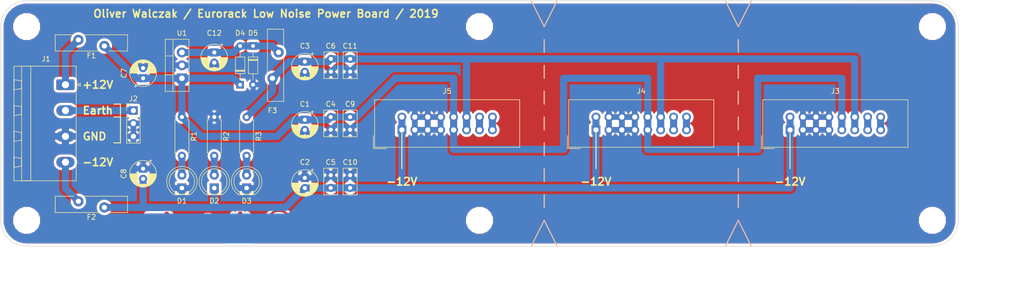
<source format=kicad_pcb>
(kicad_pcb (version 20171130) (host pcbnew "(5.0.2)-1")
  (layers (0 F.Cu power) (31 B.Cu power) (34 B.Paste user) (35 F.Paste user) (36 B.SilkS user) (37 F.SilkS user) (38 B.Mask user) (39 F.Mask user) (44 Edge.Cuts user))
  (net 0 "")
  (net 1 GND)
  (net 2 /+5V)
  (net 3 /+12V)
  (net 4 /-12V)
  (net 5 "Net-(C12-Pad1)")
  (net 6 "Net-(D1-Pad2)")
  (net 7 "Net-(D2-Pad2)")
  (net 8 "Net-(D3-Pad2)")
  (net 9 VCC)
  (net 10 VEE)
  (net 11 /EARTH)
  (net 12 /CV1)
  (net 13 /Gate1)
  (net 14 /Gate2)
  (net 15 /CV2)
  (net 16 /CV3)
  (net 17 /Gate3)
  (module Symbol:Symbol_CC-Noncommercial_CopperTop_Small (layer F.Cu) (at 87.63 140.335)
    (fp_text reference REF** hide)
    (fp_text value Symbol_CC-Noncommercial_CopperTop_Small)
    (fp_line (start 0.59944 -2.4003) (end 0 -2.49936) (layer F.Cu) (width 0.381))
    (fp_line (start 1.00076 -2.30124) (end 0.59944 -2.4003) (layer F.Cu) (width 0.381))
    (fp_line (start 1.50114 -1.99898) (end 1.00076 -2.30124) (layer F.Cu) (width 0.381))
    (fp_line (start 1.99898 -1.50114) (end 1.50114 -1.99898) (layer F.Cu) (width 0.381))
    (fp_line (start 2.30124 -1.00076) (end 1.99898 -1.50114) (layer F.Cu) (width 0.381))
    (fp_line (start 2.49936 -0.39878) (end 2.30124 -1.00076) (layer F.Cu) (width 0.381))
    (fp_line (start 2.49936 0.20066) (end 2.49936 -0.39878) (layer F.Cu) (width 0.381))
    (fp_line (start 2.4003 0.8001) (end 2.49936 0.20066) (layer F.Cu) (width 0.381))
    (fp_line (start 1.99898 1.50114) (end 2.4003 0.8001) (layer F.Cu) (width 0.381))
    (fp_line (start 1.50114 1.99898) (end 1.99898 1.50114) (layer F.Cu) (width 0.381))
    (fp_line (start 0.89916 2.30124) (end 1.50114 1.99898) (layer F.Cu) (width 0.381))
    (fp_line (start 0.29972 2.49936) (end 0.89916 2.30124) (layer F.Cu) (width 0.381))
    (fp_line (start -0.50038 2.49936) (end 0.29972 2.49936) (layer F.Cu) (width 0.381))
    (fp_line (start -1.19888 2.19964) (end -0.50038 2.49936) (layer F.Cu) (width 0.381))
    (fp_line (start -1.69926 1.80086) (end -1.19888 2.19964) (layer F.Cu) (width 0.381))
    (fp_line (start -2.30124 1.09982) (end -1.69926 1.80086) (layer F.Cu) (width 0.381))
    (fp_line (start -2.49936 0.29972) (end -2.30124 1.09982) (layer F.Cu) (width 0.381))
    (fp_line (start -2.49936 -0.29972) (end -2.49936 0.29972) (layer F.Cu) (width 0.381))
    (fp_line (start -2.4003 -0.8001) (end -2.49936 -0.29972) (layer F.Cu) (width 0.381))
    (fp_line (start -2.19964 -1.19888) (end -2.4003 -0.8001) (layer F.Cu) (width 0.381))
    (fp_line (start -1.69926 -1.80086) (end -2.19964 -1.19888) (layer F.Cu) (width 0.381))
    (fp_line (start -1.19888 -2.19964) (end -1.69926 -1.80086) (layer F.Cu) (width 0.381))
    (fp_line (start -0.70104 -2.4003) (end -1.19888 -2.19964) (layer F.Cu) (width 0.381))
    (fp_line (start -0.09906 -2.49936) (end -0.70104 -2.4003) (layer F.Cu) (width 0.381))
    (fp_line (start 0 -2.49936) (end -0.09906 -2.49936) (layer F.Cu) (width 0.381))
    (fp_line (start 0.70104 -1.00076) (end 0.89916 -1.19888) (layer F.Cu) (width 0.381))
    (fp_line (start 0.39878 -1.09982) (end 0.70104 -1.00076) (layer F.Cu) (width 0.381))
    (fp_line (start 0.09906 -1.19888) (end 0.39878 -1.09982) (layer F.Cu) (width 0.381))
    (fp_line (start -0.29972 -1.09982) (end 0.09906 -1.19888) (layer F.Cu) (width 0.381))
    (fp_line (start -0.50038 -0.89916) (end -0.29972 -1.09982) (layer F.Cu) (width 0.381))
    (fp_line (start -0.59944 -0.70104) (end -0.50038 -0.89916) (layer F.Cu) (width 0.381))
    (fp_line (start -0.50038 -0.39878) (end -0.59944 -0.70104) (layer F.Cu) (width 0.381))
    (fp_line (start -0.29972 -0.20066) (end -0.50038 -0.39878) (layer F.Cu) (width 0.381))
    (fp_line (start 0.29972 -0.09906) (end -0.29972 -0.20066) (layer F.Cu) (width 0.381))
    (fp_line (start 0.70104 0.20066) (end 0.29972 -0.09906) (layer F.Cu) (width 0.381))
    (fp_line (start 0.8001 0.50038) (end 0.70104 0.20066) (layer F.Cu) (width 0.381))
    (fp_line (start 0.8001 0.8001) (end 0.8001 0.50038) (layer F.Cu) (width 0.381))
    (fp_line (start 0.70104 1.00076) (end 0.8001 0.8001) (layer F.Cu) (width 0.381))
    (fp_line (start 0.50038 1.19888) (end 0.70104 1.00076) (layer F.Cu) (width 0.381))
    (fp_line (start 0.20066 1.30048) (end 0.50038 1.19888) (layer F.Cu) (width 0.381))
    (fp_line (start -0.50038 1.30048) (end 0.20066 1.30048) (layer F.Cu) (width 0.381))
    (fp_line (start -0.8001 1.19888) (end -0.50038 1.30048) (layer F.Cu) (width 0.381))
    (fp_line (start -0.8001 1.00076) (end -0.8001 1.19888) (layer F.Cu) (width 0.381))
    (fp_line (start -0.70104 1.00076) (end -0.8001 1.00076) (layer F.Cu) (width 0.381))
    (fp_line (start -0.20066 1.09982) (end -0.70104 1.00076) (layer F.Cu) (width 0.381))
    (fp_line (start 0.29972 1.00076) (end -0.20066 1.09982) (layer F.Cu) (width 0.381))
    (fp_line (start 0.59944 0.8001) (end 0.29972 1.00076) (layer F.Cu) (width 0.381))
    (fp_line (start 0.59944 0.39878) (end 0.59944 0.8001) (layer F.Cu) (width 0.381))
    (fp_line (start 0.29972 0.20066) (end 0.59944 0.39878) (layer F.Cu) (width 0.381))
    (fp_line (start -0.50038 -0.09906) (end 0.29972 0.20066) (layer F.Cu) (width 0.381))
    (fp_line (start -0.70104 -0.29972) (end -0.50038 -0.09906) (layer F.Cu) (width 0.381))
    (fp_line (start -0.8001 -0.59944) (end -0.70104 -0.29972) (layer F.Cu) (width 0.381))
    (fp_line (start -0.8001 -0.89916) (end -0.8001 -0.59944) (layer F.Cu) (width 0.381))
    (fp_line (start -0.70104 -1.09982) (end -0.8001 -0.89916) (layer F.Cu) (width 0.381))
    (fp_line (start -0.50038 -1.30048) (end -0.70104 -1.09982) (layer F.Cu) (width 0.381))
    (fp_line (start -0.29972 -1.39954) (end -0.50038 -1.30048) (layer F.Cu) (width 0.381))
    (fp_line (start 0.39878 -1.39954) (end -0.29972 -1.39954) (layer F.Cu) (width 0.381))
    (fp_line (start 0.8001 -1.30048) (end 0.39878 -1.39954) (layer F.Cu) (width 0.381))
    (fp_line (start 0.89916 -1.19888) (end 0.8001 -1.30048) (layer F.Cu) (width 0.381))
    (fp_line (start -2.30124 -0.89916) (end 2.4003 0.8001) (layer F.Cu) (width 0.381))
    (fp_line (start -2.4003 -0.8001) (end 2.19964 0.89916) (layer F.Cu) (width 0.381))
    (fp_line (start 0 -1.50114) (end 0 -1.80086) (layer F.Cu) (width 0.381))
    (fp_line (start 0 1.80086) (end 0 1.69926) (layer F.Cu) (width 0.381))
    (fp_line (start 0 1.30048) (end 0 1.80086) (layer F.Cu) (width 0.381))
  )
  (module Symbol:OSHW-Logo_5.7x6mm_Copper (layer F.Cu) (at 80.01 140.97)
    (fp_text reference REF** hide)
    (fp_text value OSHW-Logo_5.7x6mm_Copper hide)
    (fp_poly (pts (xy 0.376964 -2.709982) (xy 0.433812 -2.40843) (xy 0.853338 -2.235488) (xy 1.104984 -2.406605) (xy 1.175458 -2.45425) (xy 1.239163 -2.49679) (xy 1.293126 -2.532285) (xy 1.334373 -2.55879) (xy 1.359934 -2.574364) (xy 1.366895 -2.577722) (xy 1.379435 -2.569086) (xy 1.406231 -2.545208) (xy 1.44428 -2.509141) (xy 1.490579 -2.463933) (xy 1.542123 -2.412636) (xy 1.595909 -2.358299) (xy 1.648935 -2.303972) (xy 1.698195 -2.252705) (xy 1.740687 -2.207549) (xy 1.773407 -2.171554) (xy 1.793351 -2.14777) (xy 1.798119 -2.13981) (xy 1.791257 -2.125135) (xy 1.77202 -2.092986) (xy 1.74243 -2.046508) (xy 1.70451 -1.988844) (xy 1.660282 -1.92314) (xy 1.634654 -1.885664) (xy 1.587941 -1.817232) (xy 1.546432 -1.75548) (xy 1.51214 -1.703481) (xy 1.48708 -1.664308) (xy 1.473264 -1.641035) (xy 1.471188 -1.636145) (xy 1.475895 -1.622245) (xy 1.488723 -1.58985) (xy 1.507738 -1.543515) (xy 1.531003 -1.487794) (xy 1.556584 -1.427242) (xy 1.582545 -1.366414) (xy 1.60695 -1.309864) (xy 1.627863 -1.262148) (xy 1.643349 -1.227819) (xy 1.651472 -1.211432) (xy 1.651952 -1.210788) (xy 1.664707 -1.207659) (xy 1.698677 -1.200679) (xy 1.75034 -1.190533) (xy 1.816176 -1.177908) (xy 1.892664 -1.163491) (xy 1.93729 -1.155177) (xy 2.019021 -1.139616) (xy 2.092843 -1.124808) (xy 2.155021 -1.111564) (xy 2.201822 -1.100695) (xy 2.229509 -1.093011) (xy 2.235074 -1.090573) (xy 2.240526 -1.07407) (xy 2.244924 -1.0368) (xy 2.248272 -0.98312) (xy 2.250574 -0.917388) (xy 2.251832 -0.843963) (xy 2.252048 -0.767204) (xy 2.251227 -0.691468) (xy 2.249371 -0.621114) (xy 2.246482 -0.5605) (xy 2.242565 -0.513984) (xy 2.237622 -0.485925) (xy 2.234657 -0.480084) (xy 2.216934 -0.473083) (xy 2.179381 -0.463073) (xy 2.126964 -0.451231) (xy 2.064652 -0.438733) (xy 2.0429 -0.43469) (xy 1.938024 -0.41548) (xy 1.85518 -0.400009) (xy 1.79163 -0.387663) (xy 1.744637 -0.377827) (xy 1.711463 -0.369886) (xy 1.689371 -0.363224) (xy 1.675624 -0.357227) (xy 1.667484 -0.351281) (xy 1.666345 -0.350106) (xy 1.654977 -0.331174) (xy 1.637635 -0.294331) (xy 1.61605 -0.244087) (xy 1.591954 -0.184954) (xy 1.567079 -0.121444) (xy 1.543157 -0.058068) (xy 1.521919 0.000662) (xy 1.505097 0.050235) (xy 1.494422 0.086139) (xy 1.491627 0.103862) (xy 1.49186 0.104483) (xy 1.501331 0.11897) (xy 1.522818 0.150844) (xy 1.554063 0.196789) (xy 1.592807 0.253485) (xy 1.636793 0.317617) (xy 1.649319 0.335842) (xy 1.693984 0.401914) (xy 1.733288 0.4622) (xy 1.765088 0.513235) (xy 1.787245 0.55156) (xy 1.797617 0.573711) (xy 1.798119 0.576432) (xy 1.789405 0.590736) (xy 1.765325 0.619072) (xy 1.728976 0.658396) (xy 1.683453 0.705661) (xy 1.631852 0.757823) (xy 1.577267 0.811835) (xy 1.522794 0.864653) (xy 1.471529 0.913231) (xy 1.426567 0.954523) (xy 1.391004 0.985485) (xy 1.367935 1.00307) (xy 1.361554 1.005941) (xy 1.346699 0.999178) (xy 1.316286 0.980939) (xy 1.275268 0.954297) (xy 1.243709 0.932852) (xy 1.186525 0.893503) (xy 1.118806 0.847171) (xy 1.05088 0.800913) (xy 1.014361 0.776155) (xy 0.890752 0.692547) (xy 0.786991 0.74865) (xy 0.73972 0.773228) (xy 0.699523 0.792331) (xy 0.672326 0.803227) (xy 0.665402 0.804743) (xy 0.657077 0.793549) (xy 0.640654 0.761917) (xy 0.617357 0.712765) (xy 0.588414 0.64901) (xy 0.55505 0.573571) (xy 0.518491 0.489364) (xy 0.479964 0.399308) (xy 0.440694 0.306321) (xy 0.401908 0.21332) (xy 0.36483 0.123223) (xy 0.330689 0.038948) (xy 0.300708 -0.036587) (xy 0.276116 -0.100466) (xy 0.258136 -0.149769) (xy 0.247997 -0.181579) (xy 0.246366 -0.192504) (xy 0.259291 -0.206439) (xy 0.287589 -0.22906) (xy 0.325346 -0.255667) (xy 0.328515 -0.257772) (xy 0.4261 -0.335886) (xy 0.504786 -0.427018) (xy 0.563891 -0.528255) (xy 0.602732 -0.636682) (xy 0.620628 -0.749386) (xy 0.616897 -0.863452) (xy 0.590857 -0.975966) (xy 0.541825 -1.084015) (xy 0.5274 -1.107655) (xy 0.452369 -1.203113) (xy 0.36373 -1.279768) (xy 0.264549 -1.33722) (xy 0.157895 -1.375071) (xy 0.046836 -1.392922) (xy -0.065561 -1.390375) (xy -0.176227 -1.36703) (xy -0.282094 -1.32249) (xy -0.380095 -1.256355) (xy -0.41041 -1.229513) (xy -0.487562 -1.145488) (xy -0.543782 -1.057034) (xy -0.582347 -0.957885) (xy -0.603826 -0.859697) (xy -0.609128 -0.749303) (xy -0.591448 -0.63836) (xy -0.552581 -0.530619) (xy -0.494323 -0.429831) (xy -0.418469 -0.339744) (xy -0.326817 -0.264108) (xy -0.314772 -0.256136) (xy -0.276611 -0.230026) (xy -0.247601 -0.207405) (xy -0.233732 -0.192961) (xy -0.233531 -0.192504) (xy -0.236508 -0.176879) (xy -0.248311 -0.141418) (xy -0.267714 -0.089038) (xy -0.293488 -0.022655) (xy -0.324409 0.054814) (xy -0.359249 0.14045) (xy -0.396783 0.231337) (xy -0.435783 0.324559) (xy -0.475023 0.417197) (xy -0.513276 0.506335) (xy -0.549317 0.589055) (xy -0.581917 0.662441) (xy -0.609852 0.723575) (xy -0.631895 0.769541) (xy -0.646818 0.797421) (xy -0.652828 0.804743) (xy -0.671191 0.799041) (xy -0.705552 0.783749) (xy -0.749984 0.761599) (xy -0.774417 0.74865) (xy -0.878178 0.692547) (xy -1.001787 0.776155) (xy -1.064886 0.818987) (xy -1.13397 0.866122) (xy -1.198707 0.910503) (xy -1.231134 0.932852) (xy -1.276741 0.963477) (xy -1.31536 0.987747) (xy -1.341952 1.002587) (xy -1.35059 1.005724) (xy -1.363161 0.997261) (xy -1.390984 0.973636) (xy -1.431361 0.937302) (xy -1.481595 0.890711) (xy -1.538988 0.836317) (xy -1.575286 0.801392) (xy -1.63879 0.738996) (xy -1.693673 0.683188) (xy -1.737714 0.636354) (xy -1.768695 0.600882) (xy -1.784398 0.579161) (xy -1.785905 0.574752) (xy -1.778914 0.557985) (xy -1.759594 0.524082) (xy -1.730091 0.476476) (xy -1.692545 0.418599) (xy -1.6491 0.353884) (xy -1.636745 0.335842) (xy -1.591727 0.270267) (xy -1.55134 0.211228) (xy -1.51784 0.162042) (xy -1.493486 0.126028) (xy -1.480536 0.106502) (xy -1.479285 0.104483) (xy -1.481156 0.088922) (xy -1.491087 0.054709) (xy -1.507347 0.006355) (xy -1.528205 -0.051629) (xy -1.551927 -0.11473) (xy -1.576784 -0.178437) (xy -1.601042 -0.238239) (xy -1.622971 -0.289624) (xy -1.640838 -0.328081) (xy -1.652913 -0.349098) (xy -1.653771 -0.350106) (xy -1.661154 -0.356112) (xy -1.673625 -0.362052) (xy -1.69392 -0.36854) (xy -1.724778 -0.376191) (xy -1.768934 -0.38562) (xy -1.829126 -0.397441) (xy -1.908093 -0.412271) (xy -2.00857 -0.430723) (xy -2.030325 -0.43469) (xy -2.094802 -0.447147) (xy -2.151011 -0.459334) (xy -2.193987 -0.470074) (xy -2.21876 -0.478191) (xy -2.222082 -0.480084) (xy -2.227556 -0.496862) (xy -2.232006 -0.534355) (xy -2.235428 -0.588206) (xy -2.237819 -0.654056) (xy -2.239177 -0.727547) (xy -2.239499 -0.80432) (xy -2.238781 -0.880017) (xy -2.237021 -0.95028) (xy -2.234216 -1.01075) (xy -2.230362 -1.05707) (xy -2.225457 -1.084881) (xy -2.2225 -1.090573) (xy -2.206037 -1.096314) (xy -2.168551 -1.105655) (xy -2.113775 -1.117785) (xy -2.045445 -1.131893) (xy -1.967294 -1.14717) (xy -1.924716 -1.155177) (xy -1.843929 -1.170279) (xy -1.771887 -1.18396) (xy -1.712111 -1.195533) (xy -1.668121 -1.204313) (xy -1.643439 -1.209613) (xy -1.639377 -1.210788) (xy -1.632511 -1.224035) (xy -1.617998 -1.255943) (xy -1.597771 -1.301953) (xy -1.573766 -1.357508) (xy -1.547918 -1.418047) (xy -1.52216 -1.479014) (xy -1.498427 -1.535849) (xy -1.478654 -1.583994) (xy -1.464776 -1.61889) (xy -1.458726 -1.635979) (xy -1.458614 -1.636726) (xy -1.465472 -1.650207) (xy -1.484698 -1.68123) (xy -1.514272 -1.726711) (xy -1.552173 -1.783568) (xy -1.59638 -1.848717) (xy -1.622079 -1.886138) (xy -1.668907 -1.954753) (xy -1.710499 -2.017048) (xy -1.744825 -2.069871) (xy -1.769857 -2.110073) (xy -1.783565 -2.1345) (xy -1.785544 -2.139976) (xy -1.777034 -2.152722) (xy -1.753507 -2.179937) (xy -1.717968 -2.218572) (xy -1.673423 -2.265577) (xy -1.622877 -2.317905) (xy -1.569336 -2.372505) (xy -1.515805 -2.42633) (xy -1.465289 -2.47633) (xy -1.420794 -2.519457) (xy -1.385325 -2.552661) (xy -1.361887 -2.572894) (xy -1.354046 -2.577722) (xy -1.34128 -2.570933) (xy -1.310744 -2.551858) (xy -1.26541 -2.522439) (xy -1.208244 -2.484619) (xy -1.142216 -2.440339) (xy -1.09241 -2.406605) (xy -0.840764 -2.235488) (xy -0.631001 -2.321959) (xy -0.421237 -2.40843) (xy -0.364389 -2.709982) (xy -0.30754 -3.011534) (xy 0.320115 -3.011534) (xy 0.376964 -2.709982)) (layer F.Cu) (width 0.01))
    (fp_poly (pts (xy 1.79946 1.45803) (xy 1.842711 1.471245) (xy 1.870558 1.487941) (xy 1.879629 1.501145) (xy 1.877132 1.516797) (xy 1.860931 1.541385) (xy 1.847232 1.5588) (xy 1.818992 1.590283) (xy 1.797775 1.603529) (xy 1.779688 1.602664) (xy 1.726035 1.58901) (xy 1.68663 1.58963) (xy 1.654632 1.605104) (xy 1.64389 1.614161) (xy 1.609505 1.646027) (xy 1.609505 2.062179) (xy 1.471188 2.062179) (xy 1.471188 1.458614) (xy 1.540347 1.458614) (xy 1.581869 1.460256) (xy 1.603291 1.466087) (xy 1.609502 1.477461) (xy 1.609505 1.477798) (xy 1.612439 1.489713) (xy 1.625704 1.488159) (xy 1.644084 1.479563) (xy 1.682046 1.463568) (xy 1.712872 1.453945) (xy 1.752536 1.451478) (xy 1.79946 1.45803)) (layer F.Cu) (width 0.01))
    (fp_poly (pts (xy -0.754012 1.469002) (xy -0.722717 1.48395) (xy -0.692409 1.505541) (xy -0.669318 1.530391) (xy -0.6525 1.562087) (xy -0.641006 1.604214) (xy -0.633891 1.660358) (xy -0.630207 1.734106) (xy -0.629008 1.829044) (xy -0.628989 1.838985) (xy -0.628713 2.062179) (xy -0.76703 2.062179) (xy -0.76703 1.856418) (xy -0.767128 1.780189) (xy -0.767809 1.724939) (xy -0.769651 1.686501) (xy -0.773233 1.660706) (xy -0.779132 1.643384) (xy -0.787927 1.630368) (xy -0.80018 1.617507) (xy -0.843047 1.589873) (xy -0.889843 1.584745) (xy -0.934424 1.602217) (xy -0.949928 1.615221) (xy -0.96131 1.627447) (xy -0.969481 1.64054) (xy -0.974974 1.658615) (xy -0.97832 1.685787) (xy -0.980051 1.72617) (xy -0.980697 1.783879) (xy -0.980792 1.854132) (xy -0.980792 2.062179) (xy -1.119109 2.062179) (xy -1.119109 1.458614) (xy -1.04995 1.458614) (xy -1.008428 1.460256) (xy -0.987006 1.466087) (xy -0.980795 1.477461) (xy -0.980792 1.477798) (xy -0.97791 1.488938) (xy -0.965199 1.487674) (xy -0.939926 1.475434) (xy -0.882605 1.457424) (xy -0.817037 1.455421) (xy -0.754012 1.469002)) (layer F.Cu) (width 0.01))
    (fp_poly (pts (xy 2.677898 1.456457) (xy 2.710096 1.464279) (xy 2.771825 1.492921) (xy 2.82461 1.536667) (xy 2.861141 1.589117) (xy 2.86616 1.600893) (xy 2.873045 1.63174) (xy 2.877864 1.677371) (xy 2.879505 1.723492) (xy 2.879505 1.810693) (xy 2.697178 1.810693) (xy 2.621979 1.810978) (xy 2.569003 1.812704) (xy 2.535325 1.817181) (xy 2.51802 1.82572) (xy 2.514163 1.83963) (xy 2.520829 1.860222) (xy 2.53277 1.884315) (xy 2.56608 1.924525) (xy 2.612368 1.944558) (xy 2.668944 1.943905) (xy 2.733031 1.922101) (xy 2.788417 1.895193) (xy 2.834375 1.931532) (xy 2.880333 1.967872) (xy 2.837096 2.007819) (xy 2.779374 2.045563) (xy 2.708386 2.06832) (xy 2.632029 2.074688) (xy 2.558199 2.063268) (xy 2.546287 2.059393) (xy 2.481399 2.025506) (xy 2.43313 1.974986) (xy 2.400465 1.906325) (xy 2.382385 1.818014) (xy 2.382175 1.816121) (xy 2.380556 1.719878) (xy 2.3871 1.685542) (xy 2.514852 1.685542) (xy 2.526584 1.690822) (xy 2.558438 1.694867) (xy 2.605397 1.697176) (xy 2.635154 1.697525) (xy 2.690648 1.697306) (xy 2.725346 1.695916) (xy 2.743601 1.692251) (xy 2.749766 1.68521) (xy 2.748195 1.67369) (xy 2.746878 1.669233) (xy 2.724382 1.627355) (xy 2.689003 1.593604) (xy 2.65778 1.578773) (xy 2.616301 1.579668) (xy 2.574269 1.598164) (xy 2.539012 1.628786) (xy 2.517854 1.666062) (xy 2.514852 1.685542) (xy 2.3871 1.685542) (xy 2.39669 1.635229) (xy 2.428698 1.564191) (xy 2.474701 1.508779) (xy 2.532821 1.471009) (xy 2.60118 1.452896) (xy 2.677898 1.456457)) (layer F.Cu) (width 0.01))
    (fp_poly (pts (xy 2.217226 1.46388) (xy 2.29008 1.49483) (xy 2.313027 1.509895) (xy 2.342354 1.533048) (xy 2.360764 1.551253) (xy 2.363961 1.557183) (xy 2.354935 1.57034) (xy 2.331837 1.592667) (xy 2.313344 1.60825) (xy 2.262728 1.648926) (xy 2.22276 1.615295) (xy 2.191874 1.593584) (xy 2.161759 1.58609) (xy 2.127292 1.58792) (xy 2.072561 1.601528) (xy 2.034886 1.629772) (xy 2.011991 1.675433) (xy 2.001597 1.741289) (xy 2.001595 1.741331) (xy 2.002494 1.814939) (xy 2.016463 1.868946) (xy 2.044328 1.905716) (xy 2.063325 1.918168) (xy 2.113776 1.933673) (xy 2.167663 1.933683) (xy 2.214546 1.918638) (xy 2.225644 1.911287) (xy 2.253476 1.892511) (xy 2.275236 1.889434) (xy 2.298704 1.903409) (xy 2.324649 1.92851) (xy 2.365716 1.97088) (xy 2.320121 2.008464) (xy 2.249674 2.050882) (xy 2.170233 2.071785) (xy 2.087215 2.070272) (xy 2.032694 2.056411) (xy 1.96897 2.022135) (xy 1.918005 1.968212) (xy 1.894851 1.930149) (xy 1.876099 1.875536) (xy 1.866715 1.806369) (xy 1.866643 1.731407) (xy 1.875824 1.659409) (xy 1.894199 1.599137) (xy 1.897093 1.592958) (xy 1.939952 1.532351) (xy 1.997979 1.488224) (xy 2.066591 1.461493) (xy 2.141201 1.453073) (xy 2.217226 1.46388)) (layer F.Cu) (width 0.01))
    (fp_poly (pts (xy 0.993367 1.654342) (xy 0.994555 1.746563) (xy 0.998897 1.81661) (xy 1.007558 1.867381) (xy 1.021704 1.901772) (xy 1.0425 1.922679) (xy 1.07111 1.933) (xy 1.106535 1.935636) (xy 1.143636 1.932682) (xy 1.171818 1.921889) (xy 1.192243 1.90036) (xy 1.206079 1.865199) (xy 1.214491 1.81351) (xy 1.218643 1.742394) (xy 1.219703 1.654342) (xy 1.219703 1.458614) (xy 1.35802 1.458614) (xy 1.35802 2.062179) (xy 1.288862 2.062179) (xy 1.24717 2.060489) (xy 1.225701 2.054556) (xy 1.219703 2.043293) (xy 1.216091 2.033261) (xy 1.201714 2.035383) (xy 1.172736 2.04958) (xy 1.106319 2.07148) (xy 1.035875 2.069928) (xy 0.968377 2.046147) (xy 0.936233 2.027362) (xy 0.911715 2.007022) (xy 0.893804 1.981573) (xy 0.881479 1.947458) (xy 0.873723 1.901121) (xy 0.869516 1.839007) (xy 0.86784 1.757561) (xy 0.867624 1.694578) (xy 0.867624 1.458614) (xy 0.993367 1.458614) (xy 0.993367 1.654342)) (layer F.Cu) (width 0.01))
    (fp_poly (pts (xy 0.610762 1.466055) (xy 0.674363 1.500692) (xy 0.724123 1.555372) (xy 0.747568 1.599842) (xy 0.757634 1.639121) (xy 0.764156 1.695116) (xy 0.766951 1.759621) (xy 0.765836 1.824429) (xy 0.760626 1.881334) (xy 0.754541 1.911727) (xy 0.734014 1.953306) (xy 0.698463 1.997468) (xy 0.655619 2.036087) (xy 0.613211 2.061034) (xy 0.612177 2.06143) (xy 0.559553 2.072331) (xy 0.497188 2.072601) (xy 0.437924 2.062676) (xy 0.41504 2.054722) (xy 0.356102 2.0213) (xy 0.31389 1.977511) (xy 0.286156 1.919538) (xy 0.270651 1.843565) (xy 0.267143 1.803771) (xy 0.26759 1.753766) (xy 0.402376 1.753766) (xy 0.406917 1.826732) (xy 0.419986 1.882334) (xy 0.440756 1.917861) (xy 0.455552 1.92802) (xy 0.493464 1.935104) (xy 0.538527 1.933007) (xy 0.577487 1.922812) (xy 0.587704 1.917204) (xy 0.614659 1.884538) (xy 0.632451 1.834545) (xy 0.640024 1.773705) (xy 0.636325 1.708497) (xy 0.628057 1.669253) (xy 0.60432 1.623805) (xy 0.566849 1.595396) (xy 0.52172 1.585573) (xy 0.475011 1.595887) (xy 0.439132 1.621112) (xy 0.420277 1.641925) (xy 0.409272 1.662439) (xy 0.404026 1.690203) (xy 0.402449 1.732762) (xy 0.402376 1.753766) (xy 0.26759 1.753766) (xy 0.268094 1.69758) (xy 0.285388 1.610501) (xy 0.319029 1.54253) (xy 0.369018 1.493664) (xy 0.435356 1.463899) (xy 0.449601 1.460448) (xy 0.53521 1.452345) (xy 0.610762 1.466055)) (layer F.Cu) (width 0.01))
    (fp_poly (pts (xy 0.014017 1.456452) (xy 0.061634 1.465482) (xy 0.111034 1.48437) (xy 0.116312 1.486777) (xy 0.153774 1.506476) (xy 0.179717 1.524781) (xy 0.188103 1.536508) (xy 0.180117 1.555632) (xy 0.16072 1.58385) (xy 0.15211 1.594384) (xy 0.116628 1.635847) (xy 0.070885 1.608858) (xy 0.02735 1.590878) (xy -0.02295 1.581267) (xy -0.071188 1.58066) (xy -0.108533 1.589691) (xy -0.117495 1.595327) (xy -0.134563 1.621171) (xy -0.136637 1.650941) (xy -0.123866 1.674197) (xy -0.116312 1.678708) (xy -0.093675 1.684309) (xy -0.053885 1.690892) (xy -0.004834 1.697183) (xy 0.004215 1.69817) (xy 0.082996 1.711798) (xy 0.140136 1.734946) (xy 0.17803 1.769752) (xy 0.199079 1.818354) (xy 0.205635 1.877718) (xy 0.196577 1.945198) (xy 0.167164 1.998188) (xy 0.117278 2.036783) (xy 0.0468 2.061081) (xy -0.031435 2.070667) (xy -0.095234 2.070552) (xy -0.146984 2.061845) (xy -0.182327 2.049825) (xy -0.226983 2.02888) (xy -0.268253 2.004574) (xy -0.282921 1.993876) (xy -0.320643 1.963084) (xy -0.275148 1.917049) (xy -0.229653 1.871013) (xy -0.177928 1.905243) (xy -0.126048 1.930952) (xy -0.070649 1.944399) (xy -0.017395 1.945818) (xy 0.028049 1.935443) (xy 0.060016 1.913507) (xy 0.070338 1.894998) (xy 0.068789 1.865314) (xy 0.04314 1.842615) (xy -0.00654 1.82694) (xy -0.060969 1.819695) (xy -0.144736 1.805873) (xy -0.206967 1.779796) (xy -0.248493 1.740699) (xy -0.270147 1.68782) (xy -0.273147 1.625126) (xy -0.258329 1.559642) (xy -0.224546 1.510144) (xy -0.171495 1.476408) (xy -0.098874 1.458207) (xy -0.045072 1.454639) (xy 0.014017 1.456452)) (layer F.Cu) (width 0.01))
    (fp_poly (pts (xy -1.356699 1.472614) (xy -1.344168 1.478514) (xy -1.300799 1.510283) (xy -1.25979 1.556646) (xy -1.229168 1.607696) (xy -1.220459 1.631166) (xy -1.212512 1.673091) (xy -1.207774 1.723757) (xy -1.207199 1.744679) (xy -1.207129 1.810693) (xy -1.587083 1.810693) (xy -1.578983 1.845273) (xy -1.559104 1.88617) (xy -1.524347 1.921514) (xy -1.482998 1.944282) (xy -1.456649 1.94901) (xy -1.420916 1.943273) (xy -1.378282 1.928882) (xy -1.363799 1.922262) (xy -1.31024 1.895513) (xy -1.264533 1.930376) (xy -1.238158 1.953955) (xy -1.224124 1.973417) (xy -1.223414 1.979129) (xy -1.235951 1.992973) (xy -1.263428 2.014012) (xy -1.288366 2.030425) (xy -1.355664 2.05993) (xy -1.43111 2.073284) (xy -1.505888 2.069812) (xy -1.565495 2.051663) (xy -1.626941 2.012784) (xy -1.670608 1.961595) (xy -1.697926 1.895367) (xy -1.710322 1.811371) (xy -1.711421 1.772936) (xy -1.707022 1.684861) (xy -1.706482 1.682299) (xy -1.580582 1.682299) (xy -1.577115 1.690558) (xy -1.562863 1.695113) (xy -1.53347 1.697065) (xy -1.484575 1.697517) (xy -1.465748 1.697525) (xy -1.408467 1.696843) (xy -1.372141 1.694364) (xy -1.352604 1.689443) (xy -1.34569 1.681434) (xy -1.345445 1.678862) (xy -1.353336 1.658423) (xy -1.373085 1.629789) (xy -1.381575 1.619763) (xy -1.413094 1.591408) (xy -1.445949 1.580259) (xy -1.463651 1.579327) (xy -1.511539 1.590981) (xy -1.551699 1.622285) (xy -1.577173 1.667752) (xy -1.577625 1.669233) (xy -1.580582 1.682299) (xy -1.706482 1.682299) (xy -1.692392 1.61551) (xy -1.666038 1.560025) (xy -1.633807 1.520639) (xy -1.574217 1.477931) (xy -1.504168 1.455109) (xy -1.429661 1.453046) (xy -1.356699 1.472614)) (layer F.Cu) (width 0.01))
    (fp_poly (pts (xy -2.538261 1.465148) (xy -2.472479 1.494231) (xy -2.42254 1.542793) (xy -2.388374 1.610908) (xy -2.369907 1.698651) (xy -2.368583 1.712351) (xy -2.367546 1.808939) (xy -2.380993 1.893602) (xy -2.408108 1.962221) (xy -2.422627 1.984294) (xy -2.473201 2.031011) (xy -2.537609 2.061268) (xy -2.609666 2.073824) (xy -2.683185 2.067439) (xy -2.739072 2.047772) (xy -2.787132 2.014629) (xy -2.826412 1.971175) (xy -2.827092 1.970158) (xy -2.843044 1.943338) (xy -2.85341 1.916368) (xy -2.859688 1.882332) (xy -2.863373 1.83431) (xy -2.864997 1.794931) (xy -2.865672 1.759219) (xy -2.739955 1.759219) (xy -2.738726 1.79477) (xy -2.734266 1.842094) (xy -2.726397 1.872465) (xy -2.712207 1.894072) (xy -2.698917 1.906694) (xy -2.651802 1.933122) (xy -2.602505 1.936653) (xy -2.556593 1.917639) (xy -2.533638 1.896331) (xy -2.517096 1.874859) (xy -2.507421 1.854313) (xy -2.503174 1.827574) (xy -2.50292 1.787523) (xy -2.504228 1.750638) (xy -2.507043 1.697947) (xy -2.511505 1.663772) (xy -2.519548 1.64148) (xy -2.533103 1.624442) (xy -2.543845 1.614703) (xy -2.588777 1.589123) (xy -2.637249 1.587847) (xy -2.677894 1.602999) (xy -2.712567 1.634642) (xy -2.733224 1.68662) (xy -2.739955 1.759219) (xy -2.865672 1.759219) (xy -2.866479 1.716621) (xy -2.863948 1.658056) (xy -2.856362 1.614007) (xy -2.842681 1.579248) (xy -2.821865 1.548551) (xy -2.814147 1.539436) (xy -2.765889 1.494021) (xy -2.714128 1.467493) (xy -2.650828 1.456379) (xy -2.619961 1.455471) (xy -2.538261 1.465148)) (layer F.Cu) (width 0.01))
    (fp_poly (pts (xy 2.032581 2.40497) (xy 2.092685 2.420597) (xy 2.143021 2.452848) (xy 2.167393 2.47694) (xy 2.207345 2.533895) (xy 2.230242 2.599965) (xy 2.238108 2.681182) (xy 2.238148 2.687748) (xy 2.238218 2.753763) (xy 1.858264 2.753763) (xy 1.866363 2.788342) (xy 1.880987 2.819659) (xy 1.906581 2.852291) (xy 1.911935 2.8575) (xy 1.957943 2.885694) (xy 2.01041 2.890475) (xy 2.070803 2.871926) (xy 2.08104 2.866931) (xy 2.112439 2.851745) (xy 2.13347 2.843094) (xy 2.137139 2.842293) (xy 2.149948 2.850063) (xy 2.174378 2.869072) (xy 2.186779 2.87946) (xy 2.212476 2.903321) (xy 2.220915 2.919077) (xy 2.215058 2.933571) (xy 2.211928 2.937534) (xy 2.190725 2.954879) (xy 2.155738 2.975959) (xy 2.131337 2.988265) (xy 2.062072 3.009946) (xy 1.985388 3.016971) (xy 1.912765 3.008647) (xy 1.892426 3.002686) (xy 1.829476 2.968952) (xy 1.782815 2.917045) (xy 1.752173 2.846459) (xy 1.737282 2.756692) (xy 1.735647 2.709753) (xy 1.740421 2.641413) (xy 1.86099 2.641413) (xy 1.872652 2.646465) (xy 1.903998 2.650429) (xy 1.949571 2.652768) (xy 1.980446 2.653169) (xy 2.035981 2.652783) (xy 2.071033 2.650975) (xy 2.090262 2.646773) (xy 2.09833 2.639203) (xy 2.099901 2.628218) (xy 2.089121 2.594381) (xy 2.06198 2.56094) (xy 2.026277 2.535272) (xy 1.99056 2.524772) (xy 1.942048 2.534086) (xy 1.900053 2.561013) (xy 1.870936 2.599827) (xy 1.86099 2.641413) (xy 1.740421 2.641413) (xy 1.742599 2.610236) (xy 1.764055 2.530949) (xy 1.80047 2.471263) (xy 1.852297 2.430549) (xy 1.91999 2.408179) (xy 1.956662 2.403871) (xy 2.032581 2.40497)) (layer F.Cu) (width 0.01))
    (fp_poly (pts (xy 1.635255 2.401486) (xy 1.683595 2.411015) (xy 1.711114 2.425125) (xy 1.740064 2.448568) (xy 1.698876 2.500571) (xy 1.673482 2.532064) (xy 1.656238 2.547428) (xy 1.639102 2.549776) (xy 1.614027 2.542217) (xy 1.602257 2.537941) (xy 1.55427 2.531631) (xy 1.510324 2.545156) (xy 1.47806 2.57571) (xy 1.472819 2.585452) (xy 1.467112 2.611258) (xy 1.462706 2.658817) (xy 1.459811 2.724758) (xy 1.458631 2.80571) (xy 1.458614 2.817226) (xy 1.458614 3.017822) (xy 1.320297 3.017822) (xy 1.320297 2.401683) (xy 1.389456 2.401683) (xy 1.429333 2.402725) (xy 1.450107 2.407358) (xy 1.457789 2.417849) (xy 1.458614 2.427745) (xy 1.458614 2.453806) (xy 1.491745 2.427745) (xy 1.529735 2.409965) (xy 1.58077 2.401174) (xy 1.635255 2.401486)) (layer F.Cu) (width 0.01))
    (fp_poly (pts (xy 1.038411 2.405417) (xy 1.091411 2.41829) (xy 1.106731 2.42511) (xy 1.136428 2.442974) (xy 1.15922 2.463093) (xy 1.176083 2.488962) (xy 1.187998 2.524073) (xy 1.195942 2.57192) (xy 1.200894 2.635996) (xy 1.203831 2.719794) (xy 1.204947 2.775768) (xy 1.209052 3.017822) (xy 1.138932 3.017822) (xy 1.096393 3.016038) (xy 1.074476 3.009942) (xy 1.068812 2.999706) (xy 1.065821 2.988637) (xy 1.052451 2.990754) (xy 1.034233 2.999629) (xy 0.988624 3.013233) (xy 0.930007 3.016899) (xy 0.868354 3.010903) (xy 0.813638 2.995521) (xy 0.80873 2.993386) (xy 0.758723 2.958255) (xy 0.725756 2.909419) (xy 0.710587 2.852333) (xy 0.711746 2.831824) (xy 0.835508 2.831824) (xy 0.846413 2.859425) (xy 0.878745 2.879204) (xy 0.93091 2.889819) (xy 0.958787 2.891228) (xy 1.005247 2.88762) (xy 1.036129 2.873597) (xy 1.043664 2.866931) (xy 1.064076 2.830666) (xy 1.068812 2.797773) (xy 1.068812 2.753763) (xy 1.007513 2.753763) (xy 0.936256 2.757395) (xy 0.886276 2.768818) (xy 0.854696 2.788824) (xy 0.847626 2.797743) (xy 0.835508 2.831824) (xy 0.711746 2.831824) (xy 0.713971 2.792456) (xy 0.736663 2.735244) (xy 0.767624 2.69658) (xy 0.786376 2.679864) (xy 0.804733 2.668878) (xy 0.828619 2.66218) (xy 0.863957 2.658326) (xy 0.916669 2.655873) (xy 0.937577 2.655168) (xy 1.068812 2.650879) (xy 1.06862 2.611158) (xy 1.063537 2.569405) (xy 1.045162 2.544158) (xy 1.008039 2.52803) (xy 1.007043 2.527742) (xy 0.95441 2.5214) (xy 0.902906 2.529684) (xy 0.86463 2.549827) (xy 0.849272 2.559773) (xy 0.83273 2.558397) (xy 0.807275 2.543987) (xy 0.792328 2.533817) (xy 0.763091 2.512088) (xy 0.74498 2.4958) (xy 0.742074 2.491137) (xy 0.75404 2.467005) (xy 0.789396 2.438185) (xy 0.804753 2.428461) (xy 0.848901 2.411714) (xy 0.908398 2.402227) (xy 0.974487 2.400095) (xy 1.038411 2.405417)) (layer F.Cu) (width 0.01))
    (fp_poly (pts (xy 0.281524 2.404237) (xy 0.331255 2.407971) (xy 0.461291 2.797773) (xy 0.481678 2.728614) (xy 0.493946 2.685874) (xy 0.510085 2.628115) (xy 0.527512 2.564625) (xy 0.536726 2.53057) (xy 0.571388 2.401683) (xy 0.714391 2.401683) (xy 0.671646 2.536857) (xy 0.650596 2.603342) (xy 0.625167 2.683539) (xy 0.59861 2.767193) (xy 0.574902 2.841782) (xy 0.520902 3.011535) (xy 0.462598 3.015328) (xy 0.404295 3.019122) (xy 0.372679 2.914734) (xy 0.353182 2.849889) (xy 0.331904 2.7784) (xy 0.313308 2.715263) (xy 0.312574 2.71275) (xy 0.298684 2.669969) (xy 0.286429 2.640779) (xy 0.277846 2.629741) (xy 0.276082 2.631018) (xy 0.269891 2.64813) (xy 0.258128 2.684787) (xy 0.242225 2.736378) (xy 0.223614 2.798294) (xy 0.213543 2.832352) (xy 0.159007 3.017822) (xy 0.043264 3.017822) (xy -0.049263 2.725471) (xy -0.075256 2.643462) (xy -0.098934 2.568987) (xy -0.11918 2.505544) (xy -0.134874 2.456632) (xy -0.144898 2.425749) (xy -0.147945 2.416726) (xy -0.145533 2.407487) (xy -0.126592 2.403441) (xy -0.087177 2.403846) (xy -0.081007 2.404152) (xy -0.007914 2.407971) (xy 0.039957 2.58401) (xy 0.057553 2.648211) (xy 0.073277 2.704649) (xy 0.085746 2.748422) (xy 0.093574 2.77463) (xy 0.09502 2.778903) (xy 0.101014 2.77399) (xy 0.113101 2.748532) (xy 0.129893 2.705997) (xy 0.150003 2.64985) (xy 0.167003 2.59913) (xy 0.231794 2.400504) (xy 0.281524 2.404237)) (layer F.Cu) (width 0.01))
    (fp_poly (pts (xy -0.201188 3.017822) (xy -0.270346 3.017822) (xy -0.310488 3.016645) (xy -0.331394 3.011772) (xy -0.338922 3.001186) (xy -0.339505 2.994029) (xy -0.340774 2.979676) (xy -0.348779 2.976923) (xy -0.369815 2.985771) (xy -0.386173 2.994029) (xy -0.448977 3.013597) (xy -0.517248 3.014729) (xy -0.572752 3.000135) (xy -0.624438 2.964877) (xy -0.663838 2.912835) (xy -0.685413 2.85145) (xy -0.685962 2.848018) (xy -0.689167 2.810571) (xy -0.690761 2.756813) (xy -0.690633 2.716155) (xy -0.553279 2.716155) (xy -0.550097 2.770194) (xy -0.542859 2.814735) (xy -0.53306 2.839888) (xy -0.495989 2.87426) (xy -0.451974 2.886582) (xy -0.406584 2.876618) (xy -0.367797 2.846895) (xy -0.353108 2.826905) (xy -0.344519 2.80305) (xy -0.340496 2.76823) (xy -0.339505 2.71593) (xy -0.341278 2.664139) (xy -0.345963 2.618634) (xy -0.352603 2.588181) (xy -0.35371 2.585452) (xy -0.380491 2.553) (xy -0.419579 2.535183) (xy -0.463315 2.532306) (xy -0.504038 2.544674) (xy -0.534087 2.572593) (xy -0.537204 2.578148) (xy -0.546961 2.612022) (xy -0.552277 2.660728) (xy -0.553279 2.716155) (xy -0.690633 2.716155) (xy -0.690568 2.69554) (xy -0.689664 2.662563) (xy -0.683514 2.580981) (xy -0.670733 2.51973) (xy -0.649471 2.474449) (xy -0.617878 2.440779) (xy -0.587207 2.421014) (xy -0.544354 2.40712) (xy -0.491056 2.402354) (xy -0.43648 2.406236) (xy -0.389792 2.418282) (xy -0.365124 2.432693) (xy -0.339505 2.455878) (xy -0.339505 2.162773) (xy -0.201188 2.162773) (xy -0.201188 3.017822)) (layer F.Cu) (width 0.01))
    (fp_poly (pts (xy -0.993356 2.40302) (xy -0.974539 2.40866) (xy -0.968473 2.421053) (xy -0.968218 2.426647) (xy -0.967129 2.44223) (xy -0.959632 2.444676) (xy -0.939381 2.433993) (xy -0.927351 2.426694) (xy -0.8894 2.411063) (xy -0.844072 2.403334) (xy -0.796544 2.40274) (xy -0.751995 2.408513) (xy -0.715602 2.419884) (xy -0.692543 2.436088) (xy -0.687996 2.456355) (xy -0.690291 2.461843) (xy -0.70702 2.484626) (xy -0.732963 2.512647) (xy -0.737655 2.517177) (xy -0.762383 2.538005) (xy -0.783718 2.544735) (xy -0.813555 2.540038) (xy -0.825508 2.536917) (xy -0.862705 2.529421) (xy -0.888859 2.532792) (xy -0.910946 2.544681) (xy -0.931178 2.560635) (xy -0.946079 2.5807) (xy -0.956434 2.608702) (xy -0.963029 2.648467) (xy -0.966649 2.703823) (xy -0.968078 2.778594) (xy -0.968218 2.82374) (xy -0.968218 3.017822) (xy -1.09396 3.017822) (xy -1.09396 2.401683) (xy -1.031089 2.401683) (xy -0.993356 2.40302)) (layer F.Cu) (width 0.01))
    (fp_poly (pts (xy -1.38421 2.406555) (xy -1.325055 2.422339) (xy -1.280023 2.450948) (xy -1.248246 2.488419) (xy -1.238366 2.504411) (xy -1.231073 2.521163) (xy -1.225974 2.542592) (xy -1.222679 2.572616) (xy -1.220797 2.615154) (xy -1.219937 2.674122) (xy -1.219707 2.75344) (xy -1.219703 2.774484) (xy -1.219703 3.017822) (xy -1.280059 3.017822) (xy -1.318557 3.015126) (xy -1.347023 3.008295) (xy -1.354155 3.004083) (xy -1.373652 2.996813) (xy -1.393566 3.004083) (xy -1.426353 3.01316) (xy -1.473978 3.016813) (xy -1.526764 3.015228) (xy -1.575036 3.008589) (xy -1.603218 3.000072) (xy -1.657753 2.965063) (xy -1.691835 2.916479) (xy -1.707157 2.851882) (xy -1.707299 2.850223) (xy -1.705955 2.821566) (xy -1.584356 2.821566) (xy -1.573726 2.854161) (xy -1.55641 2.872505) (xy -1.521652 2.886379) (xy -1.475773 2.891917) (xy -1.428988 2.889191) (xy -1.391514 2.878274) (xy -1.381015 2.871269) (xy -1.362668 2.838904) (xy -1.35802 2.802111) (xy -1.35802 2.753763) (xy -1.427582 2.753763) (xy -1.493667 2.75885) (xy -1.543764 2.773263) (xy -1.574929 2.795729) (xy -1.584356 2.821566) (xy -1.705955 2.821566) (xy -1.703987 2.779647) (xy -1.68071 2.723845) (xy -1.636948 2.681647) (xy -1.630899 2.677808) (xy -1.604907 2.665309) (xy -1.572735 2.65774) (xy -1.52776 2.654061) (xy -1.474331 2.653216) (xy -1.35802 2.653169) (xy -1.35802 2.604411) (xy -1.362953 2.566581) (xy -1.375543 2.541236) (xy -1.377017 2.539887) (xy -1.405034 2.5288) (xy -1.447326 2.524503) (xy -1.494064 2.526615) (xy -1.535418 2.534756) (xy -1.559957 2.546965) (xy -1.573253 2.556746) (xy -1.587294 2.558613) (xy -1.606671 2.5506) (xy -1.635976 2.530739) (xy -1.679803 2.497063) (xy -1.683825 2.493909) (xy -1.681764 2.482236) (xy -1.664568 2.462822) (xy -1.638433 2.441248) (xy -1.609552 2.423096) (xy -1.600478 2.418809) (xy -1.56738 2.410256) (xy -1.51888 2.404155) (xy -1.464695 2.401708) (xy -1.462161 2.401703) (xy -1.38421 2.406555)) (layer F.Cu) (width 0.01))
    (fp_poly (pts (xy -1.908759 1.469184) (xy -1.882247 1.482282) (xy -1.849553 1.505106) (xy -1.825725 1.529996) (xy -1.809406 1.561249) (xy -1.79924 1.603166) (xy -1.793872 1.660044) (xy -1.791944 1.736184) (xy -1.791831 1.768917) (xy -1.792161 1.840656) (xy -1.793527 1.891927) (xy -1.7965 1.927404) (xy -1.801649 1.951763) (xy -1.809543 1.96968) (xy -1.817757 1.981902) (xy -1.870187 2.033905) (xy -1.93193 2.065184) (xy -1.998536 2.074592) (xy -2.065558 2.06098) (xy -2.086792 2.051354) (xy -2.137624 2.024859) (xy -2.137624 2.440052) (xy -2.100525 2.420868) (xy -2.051643 2.406025) (xy -1.991561 2.402222) (xy -1.931564 2.409243) (xy -1.886256 2.425013) (xy -1.848675 2.455047) (xy -1.816564 2.498024) (xy -1.81415 2.502436) (xy -1.803967 2.523221) (xy -1.79653 2.54417) (xy -1.791411 2.569548) (xy -1.788181 2.603618) (xy -1.786413 2.650641) (xy -1.785677 2.714882) (xy -1.785544 2.787176) (xy -1.785544 3.017822) (xy -1.923861 3.017822) (xy -1.923861 2.592533) (xy -1.962549 2.559979) (xy -2.002738 2.53394) (xy -2.040797 2.529205) (xy -2.079066 2.541389) (xy -2.099462 2.55332) (xy -2.114642 2.570313) (xy -2.125438 2.595995) (xy -2.132683 2.633991) (xy -2.137208 2.687926) (xy -2.139844 2.761425) (xy -2.140772 2.810347) (xy -2.143911 3.011535) (xy -2.209926 3.015336) (xy -2.27594 3.019136) (xy -2.27594 1.77065) (xy -2.137624 1.77065) (xy -2.134097 1.840254) (xy -2.122215 1.888569) (xy -2.10002 1.918631) (xy -2.065559 1.933471) (xy -2.030742 1.936436) (xy -1.991329 1.933028) (xy -1.965171 1.919617) (xy -1.948814 1.901896) (xy -1.935937 1.882835) (xy -1.928272 1.861601) (xy -1.924861 1.831849) (xy -1.924749 1.787236) (xy -1.925897 1.74988) (xy -1.928532 1.693604) (xy -1.932456 1.656658) (xy -1.939063 1.633223) (xy -1.949749 1.61748) (xy -1.959833 1.60838) (xy -2.00197 1.588537) (xy -2.05184 1.585332) (xy -2.080476 1.592168) (xy -2.108828 1.616464) (xy -2.127609 1.663728) (xy -2.136712 1.733624) (xy -2.137624 1.77065) (xy -2.27594 1.77065) (xy -2.27594 1.458614) (xy -2.206782 1.458614) (xy -2.16526 1.460256) (xy -2.143838 1.466087) (xy -2.137626 1.477461) (xy -2.137624 1.477798) (xy -2.134742 1.488938) (xy -2.12203 1.487673) (xy -2.096757 1.475433) (xy -2.037869 1.456707) (xy -1.971615 1.454739) (xy -1.908759 1.469184)) (layer F.Cu) (width 0.01))
  )
  (module Symbol:KiCad-Logo_5mm_Copper (layer F.Cu) (at 67.945 140.97)
    (fp_text reference REF** hide)
    (fp_text value KiCad-Logo_5mm_Copper)
    (fp_poly (pts (xy -2.9464 -2.510946) (xy -2.935535 -2.397007) (xy -2.903918 -2.289384) (xy -2.853015 -2.190385) (xy -2.784293 -2.102316) (xy -2.699219 -2.027484) (xy -2.602232 -1.969616) (xy -2.495964 -1.929995) (xy -2.38895 -1.911427) (xy -2.2833 -1.912566) (xy -2.181125 -1.93207) (xy -2.084534 -1.968594) (xy -1.995638 -2.020795) (xy -1.916546 -2.087327) (xy -1.849369 -2.166848) (xy -1.796217 -2.258013) (xy -1.759199 -2.359477) (xy -1.740427 -2.469898) (xy -1.738489 -2.519794) (xy -1.738489 -2.607733) (xy -1.68656 -2.607733) (xy -1.650253 -2.604889) (xy -1.623355 -2.593089) (xy -1.596249 -2.569351) (xy -1.557867 -2.530969) (xy -1.557867 -0.339398) (xy -1.557876 -0.077261) (xy -1.557908 0.163241) (xy -1.557972 0.383048) (xy -1.558076 0.583101) (xy -1.558227 0.764344) (xy -1.558434 0.927716) (xy -1.558706 1.07416) (xy -1.55905 1.204617) (xy -1.559474 1.320029) (xy -1.559987 1.421338) (xy -1.560597 1.509484) (xy -1.561312 1.58541) (xy -1.56214 1.650057) (xy -1.563089 1.704367) (xy -1.564167 1.74928) (xy -1.565383 1.78574) (xy -1.566745 1.814687) (xy -1.568261 1.837063) (xy -1.569938 1.853809) (xy -1.571786 1.865868) (xy -1.573813 1.87418) (xy -1.576025 1.879687) (xy -1.577108 1.881537) (xy -1.581271 1.888549) (xy -1.584805 1.894996) (xy -1.588635 1.9009) (xy -1.593682 1.906286) (xy -1.600871 1.911178) (xy -1.611123 1.915598) (xy -1.625364 1.919572) (xy -1.644514 1.923121) (xy -1.669499 1.92627) (xy -1.70124 1.929042) (xy -1.740662 1.931461) (xy -1.788686 1.933551) (xy -1.846237 1.935335) (xy -1.914237 1.936837) (xy -1.99361 1.93808) (xy -2.085279 1.939089) (xy -2.190166 1.939885) (xy -2.309196 1.940494) (xy -2.44329 1.940939) (xy -2.593373 1.941243) (xy -2.760367 1.94143) (xy -2.945196 1.941524) (xy -3.148783 1.941548) (xy -3.37205 1.941525) (xy -3.615922 1.94148) (xy -3.881321 1.941437) (xy -3.919704 1.941432) (xy -4.186682 1.941389) (xy -4.432002 1.941318) (xy -4.656583 1.941213) (xy -4.861345 1.941066) (xy -5.047206 1.940869) (xy -5.215088 1.940616) (xy -5.365908 1.9403) (xy -5.500587 1.939913) (xy -5.620044 1.939447) (xy -5.725199 1.938897) (xy -5.816971 1.938253) (xy -5.896279 1.937511) (xy -5.964043 1.936661) (xy -6.021182 1.935697) (xy -6.068617 1.934611) (xy -6.107266 1.933397) (xy -6.138049 1.932047) (xy -6.161885 1.930555) (xy -6.179694 1.928911) (xy -6.192395 1.927111) (xy -6.200908 1.925145) (xy -6.205266 1.923477) (xy -6.213728 1.919906) (xy -6.221497 1.91727) (xy -6.228602 1.914634) (xy -6.235073 1.911062) (xy -6.240939 1.905621) (xy -6.246229 1.897375) (xy -6.250974 1.88539) (xy -6.255202 1.868731) (xy -6.258943 1.846463) (xy -6.262227 1.817652) (xy -6.265083 1.781363) (xy -6.26754 1.736661) (xy -6.269629 1.682611) (xy -6.271378 1.618279) (xy -6.272817 1.54273) (xy -6.273976 1.45503) (xy -6.274883 1.354243) (xy -6.275569 1.239434) (xy -6.276063 1.10967) (xy -6.276395 0.964015) (xy -6.276593 0.801535) (xy -6.276687 0.621295) (xy -6.276708 0.42236) (xy -6.276685 0.203796) (xy -6.276646 -0.035332) (xy -6.276622 -0.29596) (xy -6.276622 -0.338111) (xy -6.276636 -0.601008) (xy -6.276661 -0.842268) (xy -6.276671 -1.062835) (xy -6.276642 -1.263648) (xy -6.276548 -1.445651) (xy -6.276362 -1.609784) (xy -6.276059 -1.756989) (xy -6.275614 -1.888208) (xy -6.275034 -1.998133) (xy -5.972197 -1.998133) (xy -5.932407 -1.940289) (xy -5.921236 -1.924521) (xy -5.911166 -1.910559) (xy -5.902138 -1.897216) (xy -5.894097 -1.883307) (xy -5.886986 -1.867644) (xy -5.880747 -1.849042) (xy -5.875325 -1.826314) (xy -5.870662 -1.798273) (xy -5.866701 -1.763733) (xy -5.863385 -1.721508) (xy -5.860659 -1.670411) (xy -5.858464 -1.609256) (xy -5.856745 -1.536856) (xy -5.855444 -1.452025) (xy -5.854505 -1.353578) (xy -5.85387 -1.240326) (xy -5.853484 -1.111084) (xy -5.853288 -0.964666) (xy -5.853227 -0.799884) (xy -5.853243 -0.615553) (xy -5.85328 -0.410487) (xy -5.853289 -0.287867) (xy -5.853265 -0.070918) (xy -5.853231 0.124642) (xy -5.853243 0.299999) (xy -5.853358 0.456341) (xy -5.85363 0.594857) (xy -5.854118 0.716734) (xy -5.854876 0.82316) (xy -5.855962 0.915322) (xy -5.857431 0.994409) (xy -5.85934 1.061608) (xy -5.861744 1.118107) (xy -5.864701 1.165093) (xy -5.868266 1.203755) (xy -5.872495 1.23528) (xy -5.877446 1.260855) (xy -5.883173 1.28167) (xy -5.889733 1.298911) (xy -5.897183 1.313765) (xy -5.905579 1.327422) (xy -5.914976 1.341069) (xy -5.925432 1.355893) (xy -5.931523 1.364783) (xy -5.970296 1.4224) (xy -5.438732 1.4224) (xy -5.315483 1.422365) (xy -5.212987 1.422215) (xy -5.12942 1.421878) (xy -5.062956 1.421286) (xy -5.011771 1.420367) (xy -4.974041 1.419051) (xy -4.94794 1.417269) (xy -4.931644 1.414951) (xy -4.923328 1.412026) (xy -4.921168 1.408424) (xy -4.923339 1.404075) (xy -4.924535 1.402645) (xy -4.949685 1.365573) (xy -4.975583 1.312772) (xy -4.999192 1.25077) (xy -5.007461 1.224357) (xy -5.012078 1.206416) (xy -5.015979 1.185355) (xy -5.019248 1.159089) (xy -5.021966 1.125532) (xy -5.024215 1.082599) (xy -5.026077 1.028204) (xy -5.027636 0.960262) (xy -5.028972 0.876688) (xy -5.030169 0.775395) (xy -5.031308 0.6543) (xy -5.031685 0.6096) (xy -5.032702 0.484449) (xy -5.03346 0.380082) (xy -5.033903 0.294707) (xy -5.03397 0.226533) (xy -5.033605 0.173765) (xy -5.032748 0.134614) (xy -5.031341 0.107285) (xy -5.029325 0.089986) (xy -5.026643 0.080926) (xy -5.023236 0.078312) (xy -5.019044 0.080351) (xy -5.014571 0.084667) (xy -5.004216 0.097602) (xy -4.982158 0.126676) (xy -4.949957 0.169759) (xy -4.909174 0.224718) (xy -4.86137 0.289423) (xy -4.808105 0.361742) (xy -4.75094 0.439544) (xy -4.691437 0.520698) (xy -4.631155 0.603072) (xy -4.571655 0.684536) (xy -4.514498 0.762957) (xy -4.461245 0.836204) (xy -4.413457 0.902147) (xy -4.372693 0.958654) (xy -4.340516 1.003593) (xy -4.318485 1.034834) (xy -4.313917 1.041466) (xy -4.290996 1.078369) (xy -4.264188 1.126359) (xy -4.238789 1.175897) (xy -4.235568 1.182577) (xy -4.21389 1.230772) (xy -4.201304 1.268334) (xy -4.195574 1.30416) (xy -4.194456 1.3462) (xy -4.19509 1.4224) (xy -3.040651 1.4224) (xy -3.131815 1.328669) (xy -3.178612 1.278775) (xy -3.228899 1.222295) (xy -3.274944 1.168026) (xy -3.295369 1.142673) (xy -3.325807 1.103128) (xy -3.365862 1.049916) (xy -3.414361 0.984667) (xy -3.470135 0.909011) (xy -3.532011 0.824577) (xy -3.598819 0.732994) (xy -3.669387 0.635892) (xy -3.742545 0.534901) (xy -3.817121 0.43165) (xy -3.891944 0.327768) (xy -3.965843 0.224885) (xy -4.037646 0.124631) (xy -4.106184 0.028636) (xy -4.170284 -0.061473) (xy -4.228775 -0.144064) (xy -4.280486 -0.217508) (xy -4.324247 -0.280176) (xy -4.358885 -0.330439) (xy -4.38323 -0.366666) (xy -4.396111 -0.387229) (xy -4.397869 -0.391332) (xy -4.38991 -0.402658) (xy -4.369115 -0.429838) (xy -4.336847 -0.471171) (xy -4.29447 -0.524956) (xy -4.243347 -0.589494) (xy -4.184841 -0.663082) (xy -4.120314 -0.744022) (xy -4.051131 -0.830612) (xy -3.978653 -0.921152) (xy -3.904246 -1.01394) (xy -3.844517 -1.088298) (xy -2.833511 -1.088298) (xy -2.827602 -1.075341) (xy -2.813272 -1.053092) (xy -2.812225 -1.051609) (xy -2.793438 -1.021456) (xy -2.773791 -0.984625) (xy -2.769892 -0.976489) (xy -2.766356 -0.96806) (xy -2.76323 -0.957941) (xy -2.760486 -0.94474) (xy -2.758092 -0.927062) (xy -2.756019 -0.903516) (xy -2.754235 -0.872707) (xy -2.752712 -0.833243) (xy -2.751419 -0.783731) (xy -2.750326 -0.722777) (xy -2.749403 -0.648989) (xy -2.748619 -0.560972) (xy -2.747945 -0.457335) (xy -2.74735 -0.336684) (xy -2.746805 -0.197626) (xy -2.746279 -0.038768) (xy -2.745745 0.140089) (xy -2.745206 0.325207) (xy -2.744772 0.489145) (xy -2.744509 0.633303) (xy -2.744484 0.759079) (xy -2.744765 0.867871) (xy -2.745419 0.961077) (xy -2.746514 1.040097) (xy -2.748118 1.106328) (xy -2.750297 1.16117) (xy -2.753119 1.206021) (xy -2.756651 1.242278) (xy -2.760961 1.271341) (xy -2.766117 1.294609) (xy -2.772185 1.313479) (xy -2.779233 1.329351) (xy -2.787329 1.343622) (xy -2.79654 1.357691) (xy -2.80504 1.370158) (xy -2.822176 1.396452) (xy -2.832322 1.414037) (xy -2.833511 1.417257) (xy -2.822604 1.418334) (xy -2.791411 1.419335) (xy -2.742223 1.420235) (xy -2.677333 1.42101) (xy -2.59903 1.421637) (xy -2.509607 1.422091) (xy -2.411356 1.422349) (xy -2.342445 1.4224) (xy -2.237452 1.42218) (xy -2.14061 1.421548) (xy -2.054107 1.420549) (xy -1.980132 1.419227) (xy -1.920874 1.417626) (xy -1.87852 1.415791) (xy -1.85526 1.413765) (xy -1.851378 1.412493) (xy -1.859076 1.397591) (xy -1.867074 1.38956) (xy -1.880246 1.372434) (xy -1.897485 1.342183) (xy -1.909407 1.317622) (xy -1.936045 1.258711) (xy -1.93912 0.081845) (xy -1.942195 -1.095022) (xy -2.387853 -1.095022) (xy -2.48567 -1.094858) (xy -2.576064 -1.094389) (xy -2.65663 -1.093653) (xy -2.724962 -1.092684) (xy -2.778656 -1.09152) (xy -2.815305 -1.090197) (xy -2.832504 -1.088751) (xy -2.833511 -1.088298) (xy -3.844517 -1.088298) (xy -3.82927 -1.107278) (xy -3.75509 -1.199463) (xy -3.683069 -1.288796) (xy -3.614569 -1.373576) (xy -3.550955 -1.452102) (xy -3.493588 -1.522674) (xy -3.443833 -1.583591) (xy -3.403052 -1.633153) (xy -3.385888 -1.653822) (xy -3.299596 -1.754484) (xy -3.222997 -1.837741) (xy -3.154183 -1.905562) (xy -3.091248 -1.959911) (xy -3.081867 -1.967278) (xy -3.042356 -1.997883) (xy -4.174116 -1.998133) (xy -4.168827 -1.950156) (xy -4.17213 -1.892812) (xy -4.193661 -1.824537) (xy -4.233635 -1.744788) (xy -4.278943 -1.672505) (xy -4.295161 -1.64986) (xy -4.323214 -1.612304) (xy -4.36143 -1.561979) (xy -4.408137 -1.501027) (xy -4.461661 -1.431589) (xy -4.520331 -1.355806) (xy -4.582475 -1.27582) (xy -4.646421 -1.193772) (xy -4.710495 -1.111804) (xy -4.773027 -1.032057) (xy -4.832343 -0.956673) (xy -4.886771 -0.887793) (xy -4.934639 -0.827558) (xy -4.974275 -0.778111) (xy -5.004006 -0.741592) (xy -5.022161 -0.720142) (xy -5.02522 -0.716844) (xy -5.028079 -0.724851) (xy -5.030293 -0.755145) (xy -5.031857 -0.807444) (xy -5.032767 -0.881469) (xy -5.03302 -0.976937) (xy -5.032613 -1.093566) (xy -5.031704 -1.213555) (xy -5.030382 -1.345667) (xy -5.028857 -1.457406) (xy -5.026881 -1.550975) (xy -5.024206 -1.628581) (xy -5.020582 -1.692426) (xy -5.015761 -1.744717) (xy -5.009494 -1.787656) (xy -5.001532 -1.823449) (xy -4.991627 -1.8543) (xy -4.979531 -1.882414) (xy -4.964993 -1.909995) (xy -4.950311 -1.935034) (xy -4.912314 -1.998133) (xy -5.972197 -1.998133) (xy -6.275034 -1.998133) (xy -6.275001 -2.004383) (xy -6.274195 -2.106456) (xy -6.27317 -2.195367) (xy -6.2719 -2.272059) (xy -6.27036 -2.337473) (xy -6.268524 -2.392551) (xy -6.266367 -2.438235) (xy -6.263863 -2.475466) (xy -6.260987 -2.505187) (xy -6.257713 -2.528338) (xy -6.254015 -2.545861) (xy -6.249869 -2.558699) (xy -6.245247 -2.567792) (xy -6.240126 -2.574082) (xy -6.234478 -2.578512) (xy -6.228279 -2.582022) (xy -6.221504 -2.585555) (xy -6.215508 -2.589124) (xy -6.210275 -2.5917) (xy -6.202099 -2.594028) (xy -6.189886 -2.596122) (xy -6.172541 -2.597993) (xy -6.148969 -2.599653) (xy -6.118077 -2.601116) (xy -6.078768 -2.602392) (xy -6.02995 -2.603496) (xy -5.970527 -2.604439) (xy -5.899404 -2.605233) (xy -5.815488 -2.605891) (xy -5.717683 -2.606425) (xy -5.604894 -2.606847) (xy -5.476029 -2.607171) (xy -5.329991 -2.607408) (xy -5.165686 -2.60757) (xy -4.98202 -2.60767) (xy -4.777897 -2.60772) (xy -4.566753 -2.607733) (xy -2.9464 -2.607733) (xy -2.9464 -2.510946)) (layer F.Cu) (width 0.01))
    (fp_poly (pts (xy 0.328429 -2.050929) (xy 0.48857 -2.029755) (xy 0.65251 -1.989615) (xy 0.822313 -1.930111) (xy 1.000043 -1.850846) (xy 1.01131 -1.845301) (xy 1.069005 -1.817275) (xy 1.120552 -1.793198) (xy 1.162191 -1.774751) (xy 1.190162 -1.763614) (xy 1.199733 -1.761067) (xy 1.21895 -1.756059) (xy 1.223561 -1.751853) (xy 1.218458 -1.74142) (xy 1.202418 -1.715132) (xy 1.177288 -1.675743) (xy 1.144914 -1.626009) (xy 1.107143 -1.568685) (xy 1.065822 -1.506524) (xy 1.022798 -1.442282) (xy 0.979917 -1.378715) (xy 0.939026 -1.318575) (xy 0.901971 -1.26462) (xy 0.8706 -1.219603) (xy 0.846759 -1.186279) (xy 0.832294 -1.167403) (xy 0.830309 -1.165213) (xy 0.820191 -1.169862) (xy 0.79785 -1.187038) (xy 0.76728 -1.21356) (xy 0.751536 -1.228036) (xy 0.655047 -1.303318) (xy 0.548336 -1.358759) (xy 0.432832 -1.393859) (xy 0.309962 -1.40812) (xy 0.240561 -1.406949) (xy 0.119423 -1.389788) (xy 0.010205 -1.353906) (xy -0.087418 -1.299041) (xy -0.173772 -1.22493) (xy -0.249185 -1.131312) (xy -0.313982 -1.017924) (xy -0.351399 -0.931333) (xy -0.395252 -0.795634) (xy -0.427572 -0.64815) (xy -0.448443 -0.492686) (xy -0.457949 -0.333044) (xy -0.456173 -0.173027) (xy -0.443197 -0.016439) (xy -0.419106 0.132918) (xy -0.383982 0.27124) (xy -0.337908 0.394724) (xy -0.321627 0.428978) (xy -0.25338 0.543064) (xy -0.172921 0.639557) (xy -0.08143 0.71767) (xy 0.019911 0.776617) (xy 0.12992 0.815612) (xy 0.247415 0.833868) (xy 0.288883 0.835211) (xy 0.410441 0.82429) (xy 0.530878 0.791474) (xy 0.648666 0.737439) (xy 0.762277 0.662865) (xy 0.853685 0.584539) (xy 0.900215 0.540008) (xy 1.081483 0.837271) (xy 1.12658 0.911433) (xy 1.167819 0.979646) (xy 1.203735 1.039459) (xy 1.232866 1.08842) (xy 1.25375 1.124079) (xy 1.264924 1.143984) (xy 1.266375 1.147079) (xy 1.258146 1.156718) (xy 1.232567 1.173999) (xy 1.192873 1.197283) (xy 1.142297 1.224934) (xy 1.084074 1.255315) (xy 1.021437 1.28679) (xy 0.957621 1.317722) (xy 0.89586 1.346473) (xy 0.839388 1.371408) (xy 0.791438 1.390889) (xy 0.767986 1.399318) (xy 0.634221 1.437133) (xy 0.496327 1.462136) (xy 0.348622 1.47514) (xy 0.221833 1.477468) (xy 0.153878 1.476373) (xy 0.088277 1.474275) (xy 0.030847 1.471434) (xy -0.012597 1.468106) (xy -0.026702 1.466422) (xy -0.165716 1.437587) (xy -0.307243 1.392468) (xy -0.444725 1.33375) (xy -0.571606 1.26412) (xy -0.649111 1.211441) (xy -0.776519 1.103239) (xy -0.894822 0.976671) (xy -1.001828 0.834866) (xy -1.095348 0.680951) (xy -1.17319 0.518053) (xy -1.217044 0.400756) (xy -1.267292 0.217128) (xy -1.300791 0.022581) (xy -1.317551 -0.178675) (xy -1.317584 -0.382432) (xy -1.300899 -0.584479) (xy -1.267507 -0.780608) (xy -1.21742 -0.966609) (xy -1.213603 -0.978197) (xy -1.150719 -1.14025) (xy -1.073972 -1.288168) (xy -0.980758 -1.426135) (xy -0.868473 -1.558339) (xy -0.824608 -1.603601) (xy -0.688466 -1.727543) (xy -0.548509 -1.830085) (xy -0.402589 -1.912344) (xy -0.248558 -1.975436) (xy -0.084268 -2.020477) (xy 0.011289 -2.037967) (xy 0.170023 -2.053534) (xy 0.328429 -2.050929)) (layer F.Cu) (width 0.01))
    (fp_poly (pts (xy 2.673574 -1.133448) (xy 2.825492 -1.113433) (xy 2.960756 -1.079798) (xy 3.080239 -1.032275) (xy 3.184815 -0.970595) (xy 3.262424 -0.907035) (xy 3.331265 -0.832901) (xy 3.385006 -0.753129) (xy 3.42791 -0.660909) (xy 3.443384 -0.617839) (xy 3.456244 -0.578858) (xy 3.467446 -0.542711) (xy 3.47712 -0.507566) (xy 3.485396 -0.47159) (xy 3.492403 -0.43295) (xy 3.498272 -0.389815) (xy 3.503131 -0.340351) (xy 3.50711 -0.282727) (xy 3.51034 -0.215109) (xy 3.512949 -0.135666) (xy 3.515067 -0.042564) (xy 3.516824 0.066027) (xy 3.518349 0.191942) (xy 3.519772 0.337012) (xy 3.521025 0.479778) (xy 3.522351 0.635968) (xy 3.523556 0.771239) (xy 3.524766 0.887246) (xy 3.526106 0.985645) (xy 3.5277 1.068093) (xy 3.529675 1.136246) (xy 3.532156 1.19176) (xy 3.535269 1.236292) (xy 3.539138 1.271498) (xy 3.543889 1.299034) (xy 3.549648 1.320556) (xy 3.556539 1.337722) (xy 3.564689 1.352186) (xy 3.574223 1.365606) (xy 3.585266 1.379638) (xy 3.589566 1.385071) (xy 3.605386 1.40791) (xy 3.612422 1.423463) (xy 3.612444 1.423922) (xy 3.601567 1.426121) (xy 3.570582 1.428147) (xy 3.521957 1.429942) (xy 3.458163 1.431451) (xy 3.381669 1.432616) (xy 3.294944 1.43338) (xy 3.200457 1.433686) (xy 3.18955 1.433689) (xy 2.766657 1.433689) (xy 2.763395 1.337622) (xy 2.760133 1.241556) (xy 2.698044 1.292543) (xy 2.600714 1.360057) (xy 2.490813 1.414749) (xy 2.404349 1.444978) (xy 2.335278 1.459666) (xy 2.251925 1.469659) (xy 2.162159 1.474646) (xy 2.073845 1.474313) (xy 1.994851 1.468351) (xy 1.958622 1.462638) (xy 1.818603 1.424776) (xy 1.692178 1.369932) (xy 1.58026 1.298924) (xy 1.483762 1.212568) (xy 1.4036 1.111679) (xy 1.340687 0.997076) (xy 1.296312 0.870984) (xy 1.283978 0.814401) (xy 1.276368 0.752202) (xy 1.272739 0.677363) (xy 1.272245 0.643467) (xy 1.27231 0.640282) (xy 2.032248 0.640282) (xy 2.041541 0.715333) (xy 2.069728 0.77916) (xy 2.118197 0.834798) (xy 2.123254 0.839211) (xy 2.171548 0.874037) (xy 2.223257 0.89662) (xy 2.283989 0.90854) (xy 2.359352 0.911383) (xy 2.377459 0.910978) (xy 2.431278 0.908325) (xy 2.471308 0.902909) (xy 2.506324 0.892745) (xy 2.545103 0.87585) (xy 2.555745 0.870672) (xy 2.616396 0.834844) (xy 2.663215 0.792212) (xy 2.675952 0.776973) (xy 2.720622 0.720462) (xy 2.720622 0.524586) (xy 2.720086 0.445939) (xy 2.718396 0.387988) (xy 2.715428 0.348875) (xy 2.711057 0.326741) (xy 2.706972 0.320274) (xy 2.691047 0.317111) (xy 2.657264 0.314488) (xy 2.61034 0.312655) (xy 2.554993 0.311857) (xy 2.546106 0.311842) (xy 2.42533 0.317096) (xy 2.32266 0.333263) (xy 2.236106 0.360961) (xy 2.163681 0.400808) (xy 2.108751 0.447758) (xy 2.064204 0.505645) (xy 2.03948 0.568693) (xy 2.032248 0.640282) (xy 1.27231 0.640282) (xy 1.274178 0.549712) (xy 1.282522 0.470812) (xy 1.298768 0.39959) (xy 1.324405 0.328864) (xy 1.348401 0.276493) (xy 1.40702 0.181196) (xy 1.485117 0.09317) (xy 1.580315 0.014017) (xy 1.690238 -0.05466) (xy 1.81251 -0.111259) (xy 1.944755 -0.154179) (xy 2.009422 -0.169118) (xy 2.145604 -0.191223) (xy 2.294049 -0.205806) (xy 2.445505 -0.212187) (xy 2.572064 -0.210555) (xy 2.73395 -0.203776) (xy 2.72653 -0.262755) (xy 2.707238 -0.361908) (xy 2.676104 -0.442628) (xy 2.632269 -0.505534) (xy 2.574871 -0.551244) (xy 2.503048 -0.580378) (xy 2.415941 -0.593553) (xy 2.312686 -0.591389) (xy 2.274711 -0.587388) (xy 2.13352 -0.56222) (xy 1.996707 -0.521186) (xy 1.902178 -0.483185) (xy 1.857018 -0.46381) (xy 1.818585 -0.44824) (xy 1.792234 -0.438595) (xy 1.784546 -0.436548) (xy 1.774802 -0.445626) (xy 1.758083 -0.474595) (xy 1.734232 -0.523783) (xy 1.703093 -0.593516) (xy 1.664507 -0.684121) (xy 1.65791 -0.699911) (xy 1.627853 -0.772228) (xy 1.600874 -0.837575) (xy 1.578136 -0.893094) (xy 1.560806 -0.935928) (xy 1.550048 -0.963219) (xy 1.546941 -0.972058) (xy 1.55694 -0.976813) (xy 1.583217 -0.98209) (xy 1.611489 -0.985769) (xy 1.641646 -0.990526) (xy 1.689433 -0.999972) (xy 1.750612 -1.01318) (xy 1.820946 -1.029224) (xy 1.896194 -1.04718) (xy 1.924755 -1.054203) (xy 2.029816 -1.079791) (xy 2.11748 -1.099853) (xy 2.192068 -1.115031) (xy 2.257903 -1.125965) (xy 2.319307 -1.133296) (xy 2.380602 -1.137665) (xy 2.44611 -1.139713) (xy 2.504128 -1.140111) (xy 2.673574 -1.133448)) (layer F.Cu) (width 0.01))
    (fp_poly (pts (xy 6.186507 -0.527755) (xy 6.186526 -0.293338) (xy 6.186552 -0.080397) (xy 6.186625 0.112168) (xy 6.186782 0.285459) (xy 6.187064 0.440576) (xy 6.187509 0.57862) (xy 6.188156 0.700692) (xy 6.189045 0.807894) (xy 6.190213 0.901326) (xy 6.191701 0.98209) (xy 6.193546 1.051286) (xy 6.195789 1.110015) (xy 6.198469 1.159379) (xy 6.201623 1.200478) (xy 6.205292 1.234413) (xy 6.209513 1.262286) (xy 6.214327 1.285198) (xy 6.219773 1.304249) (xy 6.225888 1.32054) (xy 6.232712 1.335173) (xy 6.240285 1.349249) (xy 6.248645 1.363868) (xy 6.253839 1.372974) (xy 6.288104 1.433689) (xy 5.429955 1.433689) (xy 5.429955 1.337733) (xy 5.429224 1.29437) (xy 5.427272 1.261205) (xy 5.424463 1.243424) (xy 5.423221 1.241778) (xy 5.411799 1.248662) (xy 5.389084 1.266505) (xy 5.366385 1.285879) (xy 5.3118 1.326614) (xy 5.242321 1.367617) (xy 5.16527 1.405123) (xy 5.087965 1.435364) (xy 5.057113 1.445012) (xy 4.988616 1.459578) (xy 4.905764 1.469539) (xy 4.816371 1.474583) (xy 4.728248 1.474396) (xy 4.649207 1.468666) (xy 4.611511 1.462858) (xy 4.473414 1.424797) (xy 4.346113 1.367073) (xy 4.230292 1.290211) (xy 4.126637 1.194739) (xy 4.035833 1.081179) (xy 3.969031 0.970381) (xy 3.914164 0.853625) (xy 3.872163 0.734276) (xy 3.842167 0.608283) (xy 3.823311 0.471594) (xy 3.814732 0.320158) (xy 3.814006 0.242711) (xy 3.8161 0.185934) (xy 4.645217 0.185934) (xy 4.645424 0.279002) (xy 4.648337 0.366692) (xy 4.654 0.443772) (xy 4.662455 0.505009) (xy 4.665038 0.51735) (xy 4.69684 0.624633) (xy 4.738498 0.711658) (xy 4.790363 0.778642) (xy 4.852781 0.825805) (xy 4.9261 0.853365) (xy 5.010669 0.861541) (xy 5.106835 0.850551) (xy 5.170311 0.834829) (xy 5.219454 0.816639) (xy 5.273583 0.790791) (xy 5.314244 0.767089) (xy 5.3848 0.720721) (xy 5.3848 -0.42947) (xy 5.317392 -0.473038) (xy 5.238867 -0.51396) (xy 5.154681 -0.540611) (xy 5.069557 -0.552535) (xy 4.988216 -0.549278) (xy 4.91538 -0.530385) (xy 4.883426 -0.514816) (xy 4.825501 -0.471819) (xy 4.776544 -0.415047) (xy 4.73539 -0.342425) (xy 4.700874 -0.251879) (xy 4.671833 -0.141334) (xy 4.670552 -0.135467) (xy 4.660381 -0.073212) (xy 4.652739 0.004594) (xy 4.64767 0.09272) (xy 4.645217 0.185934) (xy 3.8161 0.185934) (xy 3.821857 0.029895) (xy 3.843802 -0.165941) (xy 3.879786 -0.344668) (xy 3.929759 -0.506155) (xy 3.993668 -0.650274) (xy 4.071462 -0.776894) (xy 4.163089 -0.885885) (xy 4.268497 -0.977117) (xy 4.313662 -1.008068) (xy 4.414611 -1.064215) (xy 4.517901 -1.103826) (xy 4.627989 -1.127986) (xy 4.74933 -1.137781) (xy 4.841836 -1.136735) (xy 4.97149 -1.125769) (xy 5.084084 -1.103954) (xy 5.182875 -1.070286) (xy 5.271121 -1.023764) (xy 5.319986 -0.989552) (xy 5.349353 -0.967638) (xy 5.371043 -0.952667) (xy 5.379253 -0.948267) (xy 5.380868 -0.959096) (xy 5.382159 -0.989749) (xy 5.383138 -1.037474) (xy 5.383817 -1.099521) (xy 5.38421 -1.173138) (xy 5.38433 -1.255573) (xy 5.384188 -1.344075) (xy 5.383797 -1.435893) (xy 5.383171 -1.528276) (xy 5.38232 -1.618472) (xy 5.38126 -1.703729) (xy 5.380001 -1.781297) (xy 5.378556 -1.848424) (xy 5.376938 -1.902359) (xy 5.375161 -1.94035) (xy 5.374669 -1.947333) (xy 5.367092 -2.017749) (xy 5.355531 -2.072898) (xy 5.337792 -2.120019) (xy 5.311682 -2.166353) (xy 5.305415 -2.175933) (xy 5.280983 -2.212622) (xy 6.186311 -2.212622) (xy 6.186507 -0.527755)) (layer F.Cu) (width 0.01))
    (fp_poly (pts (xy -2.273043 -2.973429) (xy -2.176768 -2.949191) (xy -2.090184 -2.906359) (xy -2.015373 -2.846581) (xy -1.954418 -2.771506) (xy -1.909399 -2.68278) (xy -1.883136 -2.58647) (xy -1.877286 -2.489205) (xy -1.89214 -2.395346) (xy -1.92584 -2.307489) (xy -1.976528 -2.22823) (xy -2.042345 -2.160164) (xy -2.121434 -2.105888) (xy -2.211934 -2.067998) (xy -2.2632 -2.055574) (xy -2.307698 -2.048053) (xy -2.341999 -2.045081) (xy -2.37496 -2.046906) (xy -2.415434 -2.053775) (xy -2.448531 -2.06075) (xy -2.541947 -2.092259) (xy -2.625619 -2.143383) (xy -2.697665 -2.212571) (xy -2.7562 -2.298272) (xy -2.770148 -2.325511) (xy -2.786586 -2.361878) (xy -2.796894 -2.392418) (xy -2.80246 -2.42455) (xy -2.804669 -2.465693) (xy -2.804948 -2.511778) (xy -2.800861 -2.596135) (xy -2.787446 -2.665414) (xy -2.762256 -2.726039) (xy -2.722846 -2.784433) (xy -2.684298 -2.828698) (xy -2.612406 -2.894516) (xy -2.537313 -2.939947) (xy -2.454562 -2.96715) (xy -2.376928 -2.977424) (xy -2.273043 -2.973429)) (layer F.Cu) (width 0.01))
  )
  (module Capacitor_THT:CP_Radial_D5.0mm_P2.00mm (layer F.Cu) (at 92.71 119.92 270)
    (fp_text reference C1 (at -3.08 0) (layer F.SilkS))
    (fp_text value 1uF)
    (pad 2 thru_hole circle (at 2 0 270) (size 1.6 1.6) (drill 0.8) (layers *.Cu *.Mask) (net 1 GND))
    (pad 1 thru_hole rect (at 0 0 270) (size 1.6 1.6) (drill 0.8) (layers *.Cu *.Mask) (net 3 /+12V))
  )
  (module Capacitor_THT:CP_Radial_D5.0mm_P2.00mm (layer F.Cu) (at 92.71 131.35 270)
    (fp_text reference C2 (at -3.08 0) (layer F.SilkS))
    (fp_text value 1uF)
    (pad 1 thru_hole rect (at 0 0 270) (size 1.6 1.6) (drill 0.8) (layers *.Cu *.Mask) (net 1 GND))
    (pad 2 thru_hole circle (at 2 0 270) (size 1.6 1.6) (drill 0.8) (layers *.Cu *.Mask) (net 4 /-12V))
  )
  (module Capacitor_THT:CP_Radial_D5.0mm_P2.00mm (layer F.Cu) (at 92.71 108.49 270)
    (fp_text reference C3 (at -3.08 0) (layer F.SilkS))
    (fp_text value 1uF)
    (pad 2 thru_hole circle (at 2 0 270) (size 1.6 1.6) (drill 0.8) (layers *.Cu *.Mask) (net 1 GND))
    (pad 1 thru_hole rect (at 0 0 270) (size 1.6 1.6) (drill 0.8) (layers *.Cu *.Mask) (net 2 /+5V))
  )
  (module Capacitor_THT:C_Disc_D5.0mm_W2.5mm_P2.50mm (layer F.Cu) (at 97.79 119.38 270)
    (fp_text reference C4 (at -2.54 0) (layer F.SilkS))
    (fp_text value 1nF)
    (pad 2 thru_hole circle (at 2.5 0 270) (size 1.6 1.6) (drill 0.8) (layers *.Cu *.Mask) (net 1 GND))
    (pad 1 thru_hole circle (at 0 0 270) (size 1.6 1.6) (drill 0.8) (layers *.Cu *.Mask) (net 3 /+12V))
  )
  (module Capacitor_THT:C_Disc_D5.0mm_W2.5mm_P2.50mm (layer F.Cu) (at 97.79 130.81 270)
    (fp_text reference C5 (at -2.54 0) (layer F.SilkS))
    (fp_text value 1nF)
    (pad 1 thru_hole circle (at 0 0 270) (size 1.6 1.6) (drill 0.8) (layers *.Cu *.Mask) (net 1 GND))
    (pad 2 thru_hole circle (at 2.5 0 270) (size 1.6 1.6) (drill 0.8) (layers *.Cu *.Mask) (net 4 /-12V))
  )
  (module Capacitor_THT:C_Disc_D5.0mm_W2.5mm_P2.50mm (layer F.Cu) (at 97.83 107.95 270)
    (fp_text reference C6 (at -2.54 0.04) (layer F.SilkS))
    (fp_text value 1nF)
    (pad 1 thru_hole circle (at 0 0 270) (size 1.6 1.6) (drill 0.8) (layers *.Cu *.Mask) (net 2 /+5V))
    (pad 2 thru_hole circle (at 2.5 0 270) (size 1.6 1.6) (drill 0.8) (layers *.Cu *.Mask) (net 1 GND))
  )
  (module Capacitor_THT:CP_Radial_D5.0mm_P2.00mm (layer F.Cu) (at 60.96 111.76 90)
    (fp_text reference C7 (at 1 -3.75 90) (layer F.SilkS))
    (fp_text value 1uF)
    (pad 2 thru_hole circle (at 2 0 90) (size 1.6 1.6) (drill 0.8) (layers *.Cu *.Mask) (net 1 GND))
    (pad 1 thru_hole rect (at 0 0 90) (size 1.6 1.6) (drill 0.8) (layers *.Cu *.Mask) (net 3 /+12V))
  )
  (module Capacitor_THT:CP_Radial_D5.0mm_P2.00mm (layer F.Cu) (at 60.96 129.54 270)
    (fp_text reference C8 (at 1 3.81 270) (layer F.SilkS))
    (fp_text value 1uF)
    (pad 1 thru_hole rect (at 0 0 270) (size 1.6 1.6) (drill 0.8) (layers *.Cu *.Mask) (net 1 GND))
    (pad 2 thru_hole circle (at 2 0 270) (size 1.6 1.6) (drill 0.8) (layers *.Cu *.Mask) (net 4 /-12V))
  )
  (module Capacitor_THT:C_Disc_D5.0mm_W2.5mm_P2.50mm (layer F.Cu) (at 101.6 119.38 270)
    (fp_text reference C9 (at -2.54 0) (layer F.SilkS))
    (fp_text value 1pF)
    (pad 1 thru_hole circle (at 0 0 270) (size 1.6 1.6) (drill 0.8) (layers *.Cu *.Mask) (net 3 /+12V))
    (pad 2 thru_hole circle (at 2.5 0 270) (size 1.6 1.6) (drill 0.8) (layers *.Cu *.Mask) (net 1 GND))
  )
  (module Capacitor_THT:C_Disc_D5.0mm_W2.5mm_P2.50mm (layer F.Cu) (at 101.6 130.81 270)
    (fp_text reference C10 (at -2.54 0) (layer F.SilkS))
    (fp_text value 1pF)
    (pad 2 thru_hole circle (at 2.5 0 270) (size 1.6 1.6) (drill 0.8) (layers *.Cu *.Mask) (net 4 /-12V))
    (pad 1 thru_hole circle (at 0 0 270) (size 1.6 1.6) (drill 0.8) (layers *.Cu *.Mask) (net 1 GND))
  )
  (module Capacitor_THT:C_Disc_D5.0mm_W2.5mm_P2.50mm (layer F.Cu) (at 101.6 107.95 270)
    (fp_text reference C11 (at -2.54 0) (layer F.SilkS))
    (fp_text value 1pF)
    (pad 2 thru_hole circle (at 2.5 0 270) (size 1.6 1.6) (drill 0.8) (layers *.Cu *.Mask) (net 1 GND))
    (pad 1 thru_hole circle (at 0 0 270) (size 1.6 1.6) (drill 0.8) (layers *.Cu *.Mask) (net 2 /+5V))
  )
  (module Capacitor_THT:CP_Radial_D5.0mm_P2.00mm (layer F.Cu) (at 74.93 106.68 270)
    (fp_text reference C12 (at -3.81 0) (layer F.SilkS))
    (fp_text value 1uF)
    (pad 1 thru_hole rect (at 0 0 270) (size 1.6 1.6) (drill 0.8) (layers *.Cu *.Mask) (net 5 "Net-(C12-Pad1)"))
    (pad 2 thru_hole circle (at 2 0 270) (size 1.6 1.6) (drill 0.8) (layers *.Cu *.Mask) (net 1 GND))
  )
  (module LED_THT:LED_D5.0mm (layer F.Cu) (at 68.58 133.35 90)
    (fp_text reference D1 (at -2.54 0 180) (layer F.SilkS))
    (fp_text value red)
    (pad 1 thru_hole rect (at 0 0 90) (size 1.8 1.8) (drill 0.9) (layers *.Cu *.Mask) (net 1 GND))
    (pad 2 thru_hole circle (at 2.54 0 90) (size 1.8 1.8) (drill 0.9) (layers *.Cu *.Mask) (net 6 "Net-(D1-Pad2)"))
  )
  (module LED_THT:LED_D5.0mm (layer F.Cu) (at 74.93 133.35 90)
    (fp_text reference D2 (at -2.54 0 180) (layer F.SilkS))
    (fp_text value blue)
    (pad 1 thru_hole rect (at 0 0 90) (size 1.8 1.8) (drill 0.9) (layers *.Cu *.Mask) (net 4 /-12V))
    (pad 2 thru_hole circle (at 2.54 0 90) (size 1.8 1.8) (drill 0.9) (layers *.Cu *.Mask) (net 7 "Net-(D2-Pad2)"))
  )
  (module LED_THT:LED_D5.0mm (layer F.Cu) (at 81.28 133.35 90)
    (fp_text reference D3 (at -2.54 0 180) (layer F.SilkS))
    (fp_text value green)
    (pad 2 thru_hole circle (at 2.54 0 90) (size 1.8 1.8) (drill 0.9) (layers *.Cu *.Mask) (net 8 "Net-(D3-Pad2)"))
    (pad 1 thru_hole rect (at 0 0 90) (size 1.8 1.8) (drill 0.9) (layers *.Cu *.Mask) (net 1 GND))
  )
  (module Fuse:Fuse_Bourns_MF-RG900 (layer F.Cu) (at 53.36 105.41 180)
    (fp_text reference F1 (at 2.55 -1.9 180) (layer F.SilkS))
    (fp_text value MF-RX160/72-0)
    (pad 1 thru_hole circle (at 0 0 180) (size 2.01 2.01) (drill 1.01) (layers *.Cu *.Mask) (net 3 /+12V))
    (pad 2 thru_hole circle (at 5.1 1.2 180) (size 2.01 2.01) (drill 1.01) (layers *.Cu *.Mask) (net 9 VCC))
  )
  (module Fuse:Fuse_Bourns_MF-RG900 (layer F.Cu) (at 53.36 137.16 180)
    (fp_text reference F2 (at 2.55 -1.9 180) (layer F.SilkS))
    (fp_text value MF-RX160/72-0)
    (pad 2 thru_hole circle (at 5.1 1.2 180) (size 2.01 2.01) (drill 1.01) (layers *.Cu *.Mask) (net 10 VEE))
    (pad 1 thru_hole circle (at 0 0 180) (size 2.01 2.01) (drill 1.01) (layers *.Cu *.Mask) (net 4 /-12V))
  )
  (module Fuse:Fuse_Bourns_MF-RG900 (layer F.Cu) (at 86.36 111.76 90)
    (fp_text reference F3 (at -6.35 0 180) (layer F.SilkS))
    (fp_text value MF-RX160/72-0)
    (pad 1 thru_hole circle (at 0 0 90) (size 2.01 2.01) (drill 1.01) (layers *.Cu *.Mask) (net 2 /+5V))
    (pad 2 thru_hole circle (at 5.1 1.2 90) (size 2.01 2.01) (drill 1.01) (layers *.Cu *.Mask) (net 5 "Net-(C12-Pad1)"))
  )
  (module Connector_Phoenix_MSTB:PhoenixContact_MSTBA_2,5_4-G-5,08_1x04_P5.08mm_Horizontal (layer F.Cu) (at 45.72 113.03 270)
    (fp_text reference J1 (at -5.08 3.81) (layer F.SilkS))
    (fp_text value Conn_01x04)
    (pad 1 thru_hole roundrect (at 0 0 270) (size 2.08 3.6) (drill 1.4) (layers *.Cu *.Mask) (roundrect_rratio 0.120192) (net 9 VCC))
    (pad 2 thru_hole oval (at 5.08 0 270) (size 2.08 3.6) (drill 1.4) (layers *.Cu *.Mask) (net 11 /EARTH))
    (pad 3 thru_hole oval (at 10.16 0 270) (size 2.08 3.6) (drill 1.4) (layers *.Cu *.Mask) (net 1 GND))
    (pad 4 thru_hole oval (at 15.24 0 270) (size 2.08 3.6) (drill 1.4) (layers *.Cu *.Mask) (net 10 VEE))
  )
  (module Connector_PinHeader_2.54mm:PinHeader_1x03_P2.54mm_Vertical (layer F.Cu) (at 59.055 118.11)
    (fp_text reference J2 (at 0 -2.33) (layer F.SilkS))
    (fp_text value Conn_01x03_Male)
    (pad 1 thru_hole rect (at 0 0) (size 1.7 1.7) (drill 1) (layers *.Cu *.Mask) (net 11 /EARTH))
    (pad 2 thru_hole oval (at 0 2.54) (size 1.7 1.7) (drill 1) (layers *.Cu *.Mask) (net 1 GND))
    (pad 3 thru_hole oval (at 0 5.08) (size 1.7 1.7) (drill 1) (layers *.Cu *.Mask) (net 1 GND))
  )
  (module Connector_IDC:IDC-Header_2x08_P2.54mm_Vertical (layer F.Cu) (at 187.96 121.92 90)
    (fp_text reference J3 (at 7.62 8.89 180) (layer F.SilkS))
    (fp_text value Conn_02x08_Odd_Even)
    (pad 1 thru_hole rect (at 0 0 90) (size 1.7272 1.7272) (drill 1.016) (layers *.Cu *.Mask) (net 4 /-12V))
    (pad 2 thru_hole oval (at 2.54 0 90) (size 1.7272 1.7272) (drill 1.016) (layers *.Cu *.Mask) (net 4 /-12V))
    (pad 3 thru_hole oval (at 0 2.54 90) (size 1.7272 1.7272) (drill 1.016) (layers *.Cu *.Mask) (net 1 GND))
    (pad 4 thru_hole oval (at 2.54 2.54 90) (size 1.7272 1.7272) (drill 1.016) (layers *.Cu *.Mask) (net 1 GND))
    (pad 5 thru_hole oval (at 0 5.08 90) (size 1.7272 1.7272) (drill 1.016) (layers *.Cu *.Mask) (net 1 GND))
    (pad 6 thru_hole oval (at 2.54 5.08 90) (size 1.7272 1.7272) (drill 1.016) (layers *.Cu *.Mask) (net 1 GND))
    (pad 7 thru_hole oval (at 0 7.62 90) (size 1.7272 1.7272) (drill 1.016) (layers *.Cu *.Mask) (net 1 GND))
    (pad 8 thru_hole oval (at 2.54 7.62 90) (size 1.7272 1.7272) (drill 1.016) (layers *.Cu *.Mask) (net 1 GND))
    (pad 9 thru_hole oval (at 0 10.16 90) (size 1.7272 1.7272) (drill 1.016) (layers *.Cu *.Mask) (net 3 /+12V))
    (pad 10 thru_hole oval (at 2.54 10.16 90) (size 1.7272 1.7272) (drill 1.016) (layers *.Cu *.Mask) (net 3 /+12V))
    (pad 11 thru_hole oval (at 0 12.7 90) (size 1.7272 1.7272) (drill 1.016) (layers *.Cu *.Mask) (net 2 /+5V))
    (pad 12 thru_hole oval (at 2.54 12.7 90) (size 1.7272 1.7272) (drill 1.016) (layers *.Cu *.Mask) (net 2 /+5V))
    (pad 13 thru_hole oval (at 0 15.24 90) (size 1.7272 1.7272) (drill 1.016) (layers *.Cu *.Mask) (net 12 /CV1))
    (pad 14 thru_hole oval (at 2.54 15.24 90) (size 1.7272 1.7272) (drill 1.016) (layers *.Cu *.Mask) (net 12 /CV1))
    (pad 15 thru_hole oval (at 0 17.78 90) (size 1.7272 1.7272) (drill 1.016) (layers *.Cu *.Mask) (net 13 /Gate1))
    (pad 16 thru_hole oval (at 2.54 17.78 90) (size 1.7272 1.7272) (drill 1.016) (layers *.Cu *.Mask) (net 13 /Gate1))
  )
  (module Connector_IDC:IDC-Header_2x08_P2.54mm_Vertical (layer F.Cu) (at 149.86 121.92 90)
    (fp_text reference J4 (at 7.62 8.89 180) (layer F.SilkS))
    (fp_text value Conn_02x08_Odd_Even)
    (pad 16 thru_hole oval (at 2.54 17.78 90) (size 1.7272 1.7272) (drill 1.016) (layers *.Cu *.Mask) (net 14 /Gate2))
    (pad 15 thru_hole oval (at 0 17.78 90) (size 1.7272 1.7272) (drill 1.016) (layers *.Cu *.Mask) (net 14 /Gate2))
    (pad 14 thru_hole oval (at 2.54 15.24 90) (size 1.7272 1.7272) (drill 1.016) (layers *.Cu *.Mask) (net 15 /CV2))
    (pad 13 thru_hole oval (at 0 15.24 90) (size 1.7272 1.7272) (drill 1.016) (layers *.Cu *.Mask) (net 15 /CV2))
    (pad 12 thru_hole oval (at 2.54 12.7 90) (size 1.7272 1.7272) (drill 1.016) (layers *.Cu *.Mask) (net 2 /+5V))
    (pad 11 thru_hole oval (at 0 12.7 90) (size 1.7272 1.7272) (drill 1.016) (layers *.Cu *.Mask) (net 2 /+5V))
    (pad 10 thru_hole oval (at 2.54 10.16 90) (size 1.7272 1.7272) (drill 1.016) (layers *.Cu *.Mask) (net 3 /+12V))
    (pad 9 thru_hole oval (at 0 10.16 90) (size 1.7272 1.7272) (drill 1.016) (layers *.Cu *.Mask) (net 3 /+12V))
    (pad 8 thru_hole oval (at 2.54 7.62 90) (size 1.7272 1.7272) (drill 1.016) (layers *.Cu *.Mask) (net 1 GND))
    (pad 7 thru_hole oval (at 0 7.62 90) (size 1.7272 1.7272) (drill 1.016) (layers *.Cu *.Mask) (net 1 GND))
    (pad 6 thru_hole oval (at 2.54 5.08 90) (size 1.7272 1.7272) (drill 1.016) (layers *.Cu *.Mask) (net 1 GND))
    (pad 5 thru_hole oval (at 0 5.08 90) (size 1.7272 1.7272) (drill 1.016) (layers *.Cu *.Mask) (net 1 GND))
    (pad 4 thru_hole oval (at 2.54 2.54 90) (size 1.7272 1.7272) (drill 1.016) (layers *.Cu *.Mask) (net 1 GND))
    (pad 3 thru_hole oval (at 0 2.54 90) (size 1.7272 1.7272) (drill 1.016) (layers *.Cu *.Mask) (net 1 GND))
    (pad 2 thru_hole oval (at 2.54 0 90) (size 1.7272 1.7272) (drill 1.016) (layers *.Cu *.Mask) (net 4 /-12V))
    (pad 1 thru_hole rect (at 0 0 90) (size 1.7272 1.7272) (drill 1.016) (layers *.Cu *.Mask) (net 4 /-12V))
  )
  (module Connector_IDC:IDC-Header_2x08_P2.54mm_Vertical (layer F.Cu) (at 111.76 121.92 90)
    (fp_text reference J5 (at 7.62 8.89 180) (layer F.SilkS))
    (fp_text value Conn_02x08_Odd_Even)
    (pad 1 thru_hole rect (at 0 0 90) (size 1.7272 1.7272) (drill 1.016) (layers *.Cu *.Mask) (net 4 /-12V))
    (pad 2 thru_hole oval (at 2.54 0 90) (size 1.7272 1.7272) (drill 1.016) (layers *.Cu *.Mask) (net 4 /-12V))
    (pad 3 thru_hole oval (at 0 2.54 90) (size 1.7272 1.7272) (drill 1.016) (layers *.Cu *.Mask) (net 1 GND))
    (pad 4 thru_hole oval (at 2.54 2.54 90) (size 1.7272 1.7272) (drill 1.016) (layers *.Cu *.Mask) (net 1 GND))
    (pad 5 thru_hole oval (at 0 5.08 90) (size 1.7272 1.7272) (drill 1.016) (layers *.Cu *.Mask) (net 1 GND))
    (pad 6 thru_hole oval (at 2.54 5.08 90) (size 1.7272 1.7272) (drill 1.016) (layers *.Cu *.Mask) (net 1 GND))
    (pad 7 thru_hole oval (at 0 7.62 90) (size 1.7272 1.7272) (drill 1.016) (layers *.Cu *.Mask) (net 1 GND))
    (pad 8 thru_hole oval (at 2.54 7.62 90) (size 1.7272 1.7272) (drill 1.016) (layers *.Cu *.Mask) (net 1 GND))
    (pad 9 thru_hole oval (at 0 10.16 90) (size 1.7272 1.7272) (drill 1.016) (layers *.Cu *.Mask) (net 3 /+12V))
    (pad 10 thru_hole oval (at 2.54 10.16 90) (size 1.7272 1.7272) (drill 1.016) (layers *.Cu *.Mask) (net 3 /+12V))
    (pad 11 thru_hole oval (at 0 12.7 90) (size 1.7272 1.7272) (drill 1.016) (layers *.Cu *.Mask) (net 2 /+5V))
    (pad 12 thru_hole oval (at 2.54 12.7 90) (size 1.7272 1.7272) (drill 1.016) (layers *.Cu *.Mask) (net 2 /+5V))
    (pad 13 thru_hole oval (at 0 15.24 90) (size 1.7272 1.7272) (drill 1.016) (layers *.Cu *.Mask) (net 16 /CV3))
    (pad 14 thru_hole oval (at 2.54 15.24 90) (size 1.7272 1.7272) (drill 1.016) (layers *.Cu *.Mask) (net 16 /CV3))
    (pad 15 thru_hole oval (at 0 17.78 90) (size 1.7272 1.7272) (drill 1.016) (layers *.Cu *.Mask) (net 17 /Gate3))
    (pad 16 thru_hole oval (at 2.54 17.78 90) (size 1.7272 1.7272) (drill 1.016) (layers *.Cu *.Mask) (net 17 /Gate3))
  )
  (module Resistor_THT:R_Axial_DIN0207_L6.3mm_D2.5mm_P7.62mm_Horizontal (layer F.Cu) (at 68.58 119.38 270)
    (fp_text reference R1 (at 3.81 -2.37 270) (layer F.SilkS))
    (fp_text value 10K)
    (pad 1 thru_hole circle (at 0 0 270) (size 1.6 1.6) (drill 0.8) (layers *.Cu *.Mask) (net 3 /+12V))
    (pad 2 thru_hole oval (at 7.62 0 270) (size 1.6 1.6) (drill 0.8) (layers *.Cu *.Mask) (net 6 "Net-(D1-Pad2)"))
  )
  (module Resistor_THT:R_Axial_DIN0207_L6.3mm_D2.5mm_P7.62mm_Horizontal (layer F.Cu) (at 74.93 119.38 270)
    (fp_text reference R2 (at 3.81 -2.37 270) (layer F.SilkS))
    (fp_text value 10K)
    (pad 2 thru_hole oval (at 7.62 0 270) (size 1.6 1.6) (drill 0.8) (layers *.Cu *.Mask) (net 7 "Net-(D2-Pad2)"))
    (pad 1 thru_hole circle (at 0 0 270) (size 1.6 1.6) (drill 0.8) (layers *.Cu *.Mask) (net 1 GND))
  )
  (module Resistor_THT:R_Axial_DIN0207_L6.3mm_D2.5mm_P7.62mm_Horizontal (layer F.Cu) (at 81.28 119.38 270)
    (fp_text reference R3 (at 3.81 -2.37 270) (layer F.SilkS))
    (fp_text value 1K)
    (pad 1 thru_hole circle (at 0 0 270) (size 1.6 1.6) (drill 0.8) (layers *.Cu *.Mask) (net 2 /+5V))
    (pad 2 thru_hole oval (at 7.62 0 270) (size 1.6 1.6) (drill 0.8) (layers *.Cu *.Mask) (net 8 "Net-(D3-Pad2)"))
  )
  (module Package_TO_SOT_THT:TO-220-3_Vertical (layer F.Cu) (at 68.58 111.76 90)
    (fp_text reference U1 (at 8.89 0 180) (layer F.SilkS))
    (fp_text value LM7805_TO220)
    (pad 1 thru_hole rect (at 0 0 90) (size 1.905 2) (drill 1.1) (layers *.Cu *.Mask) (net 3 /+12V))
    (pad 2 thru_hole oval (at 2.54 0 90) (size 1.905 2) (drill 1.1) (layers *.Cu *.Mask) (net 1 GND))
    (pad 3 thru_hole oval (at 5.08 0 90) (size 1.905 2) (drill 1.1) (layers *.Cu *.Mask) (net 5 "Net-(C12-Pad1)"))
  )
  (module MountingHole:MountingHole_4.3mm_M4 (layer F.Cu) (at 38.1 101.6)
    (fp_text reference H1 (at 0 0) (layer F.SilkS))
    (fp_text value MountingHole)
    (pad "" np_thru_hole circle (at 0 0) (size 4.3 4.3) (drill 4.3) (layers *.Cu *.Mask))
  )
  (module MountingHole:MountingHole_4.3mm_M4 (layer F.Cu) (at 38.1 139.7)
    (fp_text reference H2 (at 0 0) (layer F.SilkS))
    (fp_text value MountingHole)
    (pad "" np_thru_hole circle (at 0 0) (size 4.3 4.3) (drill 4.3) (layers *.Cu *.Mask))
  )
  (module MountingHole:MountingHole_4.3mm_M4 (layer F.Cu) (at 127 101.6)
    (fp_text reference H3 (at 0 0) (layer F.SilkS))
    (fp_text value MountingHole)
    (pad "" np_thru_hole circle (at 0 0) (size 4.3 4.3) (drill 4.3) (layers *.Cu *.Mask))
  )
  (module MountingHole:MountingHole_4.3mm_M4 (layer F.Cu) (at 127 139.7)
    (fp_text reference H4 (at 0 0) (layer F.SilkS))
    (fp_text value MountingHole)
    (pad "" np_thru_hole circle (at 0 0) (size 4.3 4.3) (drill 4.3) (layers *.Cu *.Mask))
  )
  (module MountingHole:MountingHole_4.3mm_M4 (layer F.Cu) (at 215.9 101.6)
    (fp_text reference H5 (at 0 0) (layer F.SilkS))
    (fp_text value MountingHole)
    (pad "" np_thru_hole circle (at 0 0) (size 4.3 4.3) (drill 4.3) (layers *.Cu *.Mask))
  )
  (module MountingHole:MountingHole_4.3mm_M4 (layer F.Cu) (at 215.9 139.7)
    (fp_text reference H6 (at 0 0) (layer F.SilkS))
    (fp_text value MountingHole)
    (pad "" np_thru_hole circle (at 0 0) (size 4.3 4.3) (drill 4.3) (layers *.Cu *.Mask))
  )
  (module Diode_THT:D_DO-34_SOD68_P7.62mm_Horizontal (layer F.Cu) (at 80.01 113.03 90)
    (fp_text reference D4 (at 10.16 0 180) (layer F.SilkS))
    (fp_text value 1N4007)
    (pad 2 thru_hole oval (at 7.62 0 90) (size 1.5 1.5) (drill 0.75) (layers *.Cu *.Mask) (net 5 "Net-(C12-Pad1)"))
    (pad 1 thru_hole rect (at 0 0 90) (size 1.5 1.5) (drill 0.75) (layers *.Cu *.Mask) (net 3 /+12V))
  )
  (module Diode_THT:D_DO-34_SOD68_P7.62mm_Horizontal (layer F.Cu) (at 82.55 105.41 270)
    (fp_text reference D5 (at -2.54 0) (layer F.SilkS))
    (fp_text value 1N4007)
    (pad 1 thru_hole rect (at 0 0 270) (size 1.5 1.5) (drill 0.75) (layers *.Cu *.Mask) (net 5 "Net-(C12-Pad1)"))
    (pad 2 thru_hole oval (at 7.62 0 270) (size 1.5 1.5) (drill 0.75) (layers *.Cu *.Mask) (net 1 GND))
  )
  (gr_line (start 177.8 124.46) (end 177.8 127) (layer B.SilkS) (width 0.2))
  (gr_line (start 177.8 104.14) (end 177.8 106.68) (layer B.SilkS) (width 0.2))
  (gr_line (start 177.8 109.22) (end 177.8 111.76) (layer B.SilkS) (width 0.2))
  (gr_line (start 177.8 114.3) (end 177.8 116.84) (layer B.SilkS) (width 0.2))
  (gr_line (start 177.8 119.38) (end 177.8 121.92) (layer B.SilkS) (width 0.2))
  (gr_line (start 177.8 139.7) (end 180.34 144.78) (layer B.SilkS) (width 0.2))
  (gr_line (start 177.8 101.6) (end 175.26 96.52) (layer B.SilkS) (width 0.2))
  (gr_line (start 177.8 129.54) (end 177.8 132.08) (layer B.SilkS) (width 0.2))
  (gr_line (start 177.8 101.6) (end 180.34 96.52) (layer B.SilkS) (width 0.2))
  (gr_line (start 175.26 144.78) (end 177.8 139.7) (layer B.SilkS) (width 0.2))
  (gr_line (start 177.8 134.62) (end 177.8 137.16) (layer B.SilkS) (width 0.2))
  (gr_line (start 139.7 101.6) (end 142.24 96.52) (layer B.SilkS) (width 0.2))
  (gr_line (start 139.7 101.6) (end 137.16 96.52) (layer B.SilkS) (width 0.2))
  (gr_line (start 139.7 139.7) (end 142.24 144.78) (layer B.SilkS) (width 0.2))
  (gr_line (start 137.16 144.78) (end 139.7 139.7) (layer B.SilkS) (width 0.2))
  (gr_line (start 139.7 134.62) (end 139.7 137.16) (layer B.SilkS) (width 0.2))
  (gr_line (start 139.7 129.54) (end 139.7 132.08) (layer B.SilkS) (width 0.2))
  (gr_line (start 139.7 124.46) (end 139.7 127) (layer B.SilkS) (width 0.2))
  (gr_line (start 139.7 119.38) (end 139.7 121.92) (layer B.SilkS) (width 0.2))
  (gr_line (start 139.7 114.3) (end 139.7 116.84) (layer B.SilkS) (width 0.2))
  (gr_line (start 139.7 104.14) (end 139.7 106.68) (layer B.SilkS) (width 0.2))
  (gr_line (start 139.7 109.22) (end 139.7 111.76) (layer B.SilkS) (width 0.2))
  (gr_line (start 177.8 139.7) (end 175.26 144.78) (layer F.SilkS) (width 0.2))
  (gr_line (start 177.8 139.7) (end 180.34 144.78) (layer F.SilkS) (width 0.2))
  (gr_line (start 139.7 139.7) (end 137.16 144.78) (layer F.SilkS) (width 0.2))
  (gr_line (start 139.7 139.7) (end 142.24 144.78) (layer F.SilkS) (width 0.2))
  (gr_line (start 177.8 101.6) (end 175.26 96.52) (layer F.SilkS) (width 0.2))
  (gr_line (start 177.8 101.6) (end 180.34 96.52) (layer F.SilkS) (width 0.2))
  (gr_line (start 139.7 101.6) (end 142.24 96.52) (layer F.SilkS) (width 0.2))
  (gr_line (start 137.16 96.52) (end 139.7 101.6) (layer F.SilkS) (width 0.2))
  (gr_line (start 177.8 134.62) (end 177.8 137.16) (layer F.SilkS) (width 0.2))
  (gr_line (start 177.8 129.54) (end 177.8 132.08) (layer F.SilkS) (width 0.2))
  (gr_line (start 177.8 124.46) (end 177.8 127) (layer F.SilkS) (width 0.2))
  (gr_line (start 177.8 119.38) (end 177.8 121.92) (layer F.SilkS) (width 0.2))
  (gr_line (start 177.8 114.3) (end 177.8 116.84) (layer F.SilkS) (width 0.2))
  (gr_line (start 177.8 109.22) (end 177.8 111.76) (layer F.SilkS) (width 0.2))
  (gr_line (start 177.8 104.14) (end 177.8 106.68) (layer F.SilkS) (width 0.2))
  (gr_line (start 139.7 106.68) (end 139.7 104.14) (layer F.SilkS) (width 0.2))
  (gr_line (start 139.7 111.76) (end 139.7 109.22) (layer F.SilkS) (width 0.2))
  (gr_line (start 139.7 116.84) (end 139.7 114.3) (layer F.SilkS) (width 0.2))
  (gr_line (start 139.7 121.92) (end 139.7 119.38) (layer F.SilkS) (width 0.2))
  (gr_line (start 139.7 127) (end 139.7 124.46) (layer F.SilkS) (width 0.2))
  (gr_line (start 139.7 132.08) (end 139.7 129.54) (layer F.SilkS) (width 0.2))
  (gr_line (start 139.7 137.16) (end 139.7 134.62) (layer F.SilkS) (width 0.2))
  (gr_text -12V (at 52.07 128.27) (layer F.SilkS) (effects (font (size 1.5 1.5) (thickness 0.3))))
  (gr_text +12V (at 52.07 113.03) (layer F.SilkS) (effects (font (size 1.5 1.5) (thickness 0.3))))
  (gr_text -12V (at 187.96 132.08) (layer F.SilkS) (effects (font (size 1.5 1.5) (thickness 0.3))))
  (gr_text -12V (at 149.86 132.08) (layer F.SilkS) (effects (font (size 1.5 1.5) (thickness 0.3))))
  (gr_text -12V (at 111.76 132.08) (layer F.SilkS) (effects (font (size 1.5 1.5) (thickness 0.3))))
  (gr_line (start 187.96 122.555) (end 187.96 129.54) (layer F.SilkS) (width 0.2))
  (gr_line (start 149.86 122.555) (end 149.86 129.54) (layer F.SilkS) (width 0.2))
  (gr_line (start 111.76 122.555) (end 111.76 129.54) (layer F.SilkS) (width 0.2))
  (gr_text GND (at 51.435 123.19) (layer F.SilkS) (effects (font (size 1.5 1.5) (thickness 0.3))))
  (gr_text Earth (at 52.07 118.11) (layer F.SilkS) (effects (font (size 1.5 1.5) (thickness 0.3))))
  (gr_line (start 56.515 116.84) (end 56.515 119.38) (layer F.SilkS) (width 0.2))
  (gr_line (start 55.245 116.84) (end 56.515 116.84) (layer F.SilkS) (width 0.2))
  (gr_line (start 56.515 124.46) (end 55.245 124.46) (layer F.SilkS) (width 0.2))
  (gr_line (start 56.515 119.38) (end 56.515 124.46) (layer F.SilkS) (width 0.2))
  (gr_line (start 55.245 119.38) (end 56.515 119.38) (layer F.SilkS) (width 0.2))
  (gr_text "Oliver Walczak / Eurorack Low Noise Power Board / 2019" (at 85.09 99.06) (layer F.SilkS) (effects (font (size 1.5 1.5) (thickness 0.3))))
  (gr_line (start 38.1 96.52) (end 215.9 96.52) (layer Edge.Cuts) (width 0.1))
  (gr_line (start 33.02 139.7) (end 33.02 101.6) (layer Edge.Cuts) (width 0.1))
  (gr_line (start 215.9 144.78) (end 38.1 144.78) (layer Edge.Cuts) (width 0.1))
  (gr_line (start 220.98 101.6) (end 220.98 139.7) (layer Edge.Cuts) (width 0.1))
  (gr_arc (start 215.9 101.6) (end 220.98 101.6) (angle -90) (layer Edge.Cuts) (width 0.1))
  (gr_arc (start 215.9 139.7) (end 215.9 144.78) (angle -90) (layer Edge.Cuts) (width 0.1))
  (gr_arc (start 38.1 139.7) (end 33.02 139.7) (angle -90) (layer Edge.Cuts) (width 0.1))
  (gr_arc (start 38.1 101.6) (end 38.1 96.52) (angle -90) (layer Edge.Cuts) (width 0.1))
  (segment (start 89.63 108.49) (end 92.71 108.49) (width 1.4) (layer B.Cu) (net 2))
  (segment (start 86.36 111.76) (end 89.63 108.49) (width 1.4) (layer B.Cu) (net 2))
  (segment (start 97.29 108.49) (end 97.83 107.95) (width 1.4) (layer B.Cu) (net 2))
  (segment (start 92.71 108.49) (end 97.29 108.49) (width 1.4) (layer B.Cu) (net 2))
  (segment (start 97.83 107.95) (end 101.6 107.95) (width 1.4) (layer B.Cu) (net 2))
  (segment (start 86.36 114.3) (end 81.28 119.38) (width 1.4) (layer B.Cu) (net 2))
  (segment (start 86.36 111.76) (end 86.36 114.3) (width 1.4) (layer B.Cu) (net 2))
  (segment (start 200.66 119.38) (end 200.66 107.95) (width 1.4) (layer B.Cu) (net 2))
  (segment (start 200.66 121.92) (end 200.66 119.38) (width 1.4) (layer B.Cu) (net 2))
  (segment (start 162.56 119.38) (end 162.56 121.92) (width 1.4) (layer B.Cu) (net 2))
  (segment (start 124.46 119.38) (end 124.46 121.92) (width 1.4) (layer B.Cu) (net 2))
  (segment (start 124.46 119.38) (end 124.46 107.95) (width 1.4) (layer B.Cu) (net 2))
  (segment (start 101.6 107.95) (end 124.46 107.95) (width 1.4) (layer B.Cu) (net 2))
  (segment (start 162.56 119.38) (end 162.56 107.95) (width 1.4) (layer B.Cu) (net 2))
  (segment (start 124.46 107.95) (end 162.56 107.95) (width 1.4) (layer B.Cu) (net 2))
  (segment (start 162.56 107.95) (end 200.66 107.95) (width 1.4) (layer B.Cu) (net 2))
  (segment (start 59.71 111.76) (end 60.96 111.76) (width 1.4) (layer B.Cu) (net 3))
  (segment (start 53.36 105.41) (end 59.71 111.76) (width 1.4) (layer B.Cu) (net 3))
  (segment (start 60.96 111.76) (end 68.58 111.76) (width 1.4) (layer B.Cu) (net 3))
  (segment (start 68.58 111.76) (end 68.58 119.38) (width 1.4) (layer B.Cu) (net 3))
  (segment (start 78.74 111.76) (end 80.01 113.03) (width 1.4) (layer B.Cu) (net 3))
  (segment (start 68.58 111.76) (end 78.74 111.76) (width 1.4) (layer B.Cu) (net 3))
  (segment (start 90.51 119.92) (end 92.71 119.92) (width 1.4) (layer B.Cu) (net 3))
  (segment (start 87.24 123.19) (end 90.51 119.92) (width 1.4) (layer B.Cu) (net 3))
  (segment (start 72.39 123.19) (end 87.24 123.19) (width 1.4) (layer B.Cu) (net 3))
  (segment (start 68.58 119.38) (end 72.39 123.19) (width 1.4) (layer B.Cu) (net 3))
  (segment (start 97.25 119.92) (end 97.79 119.38) (width 1.4) (layer B.Cu) (net 3))
  (segment (start 92.71 119.92) (end 97.25 119.92) (width 1.4) (layer B.Cu) (net 3))
  (segment (start 97.79 119.38) (end 101.6 119.38) (width 1.4) (layer B.Cu) (net 3))
  (segment (start 198.12 119.38) (end 198.12 121.92) (width 1.4) (layer B.Cu) (net 3))
  (segment (start 160.02 119.38) (end 160.02 121.92) (width 1.4) (layer B.Cu) (net 3))
  (segment (start 121.92 119.38) (end 121.92 121.92) (width 1.4) (layer B.Cu) (net 3))
  (segment (start 121.92 111.76) (end 121.92 119.38) (width 1.4) (layer B.Cu) (net 3))
  (segment (start 110.49 111.76) (end 121.92 111.76) (width 1.4) (layer B.Cu) (net 3))
  (segment (start 101.6 119.38) (end 102.87 119.38) (width 1.4) (layer B.Cu) (net 3))
  (segment (start 198.12 111.76) (end 198.12 119.38) (width 1.4) (layer B.Cu) (net 3))
  (segment (start 181.61 111.76) (end 198.12 111.76) (width 1.4) (layer B.Cu) (net 3))
  (segment (start 181.61 125.73) (end 181.61 111.76) (width 1.4) (layer B.Cu) (net 3))
  (segment (start 160.02 121.92) (end 160.02 125.73) (width 1.4) (layer B.Cu) (net 3))
  (segment (start 160.02 125.73) (end 181.61 125.73) (width 1.4) (layer B.Cu) (net 3))
  (segment (start 102.87 119.38) (end 110.49 111.76) (width 1.4) (layer B.Cu) (net 3))
  (segment (start 160.02 111.76) (end 160.02 119.38) (width 1.4) (layer B.Cu) (net 3))
  (segment (start 143.51 111.76) (end 160.02 111.76) (width 1.4) (layer B.Cu) (net 3))
  (segment (start 143.51 125.73) (end 143.51 111.76) (width 1.4) (layer B.Cu) (net 3))
  (segment (start 121.92 121.92) (end 121.92 125.73) (width 1.4) (layer B.Cu) (net 3))
  (segment (start 121.92 125.73) (end 143.51 125.73) (width 1.4) (layer B.Cu) (net 3))
  (segment (start 88.9 137.16) (end 92.71 133.35) (width 1.4) (layer B.Cu) (net 4))
  (segment (start 74.93 133.35) (end 74.93 137.16) (width 1.4) (layer B.Cu) (net 4))
  (segment (start 74.93 137.16) (end 88.9 137.16) (width 1.4) (layer B.Cu) (net 4))
  (segment (start 60.96 131.54) (end 60.96 137.16) (width 1.4) (layer B.Cu) (net 4))
  (segment (start 53.36 137.16) (end 60.96 137.16) (width 1.4) (layer B.Cu) (net 4))
  (segment (start 60.96 137.16) (end 74.93 137.16) (width 1.4) (layer B.Cu) (net 4))
  (segment (start 97.75 133.35) (end 97.79 133.31) (width 1.4) (layer B.Cu) (net 4))
  (segment (start 92.71 133.35) (end 97.75 133.35) (width 1.4) (layer B.Cu) (net 4))
  (segment (start 97.79 133.31) (end 101.6 133.31) (width 1.4) (layer B.Cu) (net 4))
  (segment (start 187.96 133.27) (end 187.92 133.31) (width 1.4) (layer B.Cu) (net 4))
  (segment (start 187.96 121.92) (end 187.96 133.27) (width 1.4) (layer B.Cu) (net 4))
  (segment (start 187.96 119.38) (end 187.96 121.92) (width 1.4) (layer B.Cu) (net 4))
  (segment (start 149.86 119.38) (end 149.86 121.92) (width 1.4) (layer B.Cu) (net 4))
  (segment (start 111.76 119.38) (end 111.76 121.92) (width 1.4) (layer B.Cu) (net 4))
  (segment (start 111.76 121.92) (end 111.76 133.31) (width 1.4) (layer B.Cu) (net 4))
  (segment (start 101.6 133.31) (end 111.76 133.31) (width 1.4) (layer B.Cu) (net 4))
  (segment (start 149.86 121.92) (end 149.86 133.31) (width 1.4) (layer B.Cu) (net 4))
  (segment (start 111.76 133.31) (end 149.86 133.31) (width 1.4) (layer B.Cu) (net 4))
  (segment (start 149.86 133.31) (end 187.92 133.31) (width 1.4) (layer B.Cu) (net 4))
  (segment (start 68.58 106.68) (end 74.93 106.68) (width 1.4) (layer B.Cu) (net 5))
  (segment (start 78.74 106.68) (end 80.01 105.41) (width 1.4) (layer B.Cu) (net 5))
  (segment (start 74.93 106.68) (end 78.74 106.68) (width 1.4) (layer B.Cu) (net 5))
  (segment (start 80.01 105.41) (end 82.55 105.41) (width 1.4) (layer B.Cu) (net 5))
  (segment (start 86.31 105.41) (end 87.56 106.66) (width 1.4) (layer B.Cu) (net 5))
  (segment (start 82.55 105.41) (end 86.31 105.41) (width 1.4) (layer B.Cu) (net 5))
  (segment (start 68.58 130.81) (end 68.58 127) (width 1.4) (layer B.Cu) (net 6))
  (segment (start 74.93 130.81) (end 74.93 127) (width 1.4) (layer B.Cu) (net 7))
  (segment (start 81.28 130.81) (end 81.28 127) (width 1.4) (layer B.Cu) (net 8))
  (segment (start 45.72 106.75) (end 48.26 104.21) (width 1.4) (layer B.Cu) (net 9))
  (segment (start 45.72 113.03) (end 45.72 106.75) (width 1.4) (layer B.Cu) (net 9))
  (segment (start 45.72 133.42) (end 48.26 135.96) (width 1.4) (layer B.Cu) (net 10))
  (segment (start 45.72 128.27) (end 45.72 133.42) (width 1.4) (layer B.Cu) (net 10))
  (segment (start 45.72 118.11) (end 53.34 118.11) (width 1.4) (layer B.Cu) (net 11))
  (segment (start 53.34 118.11) (end 59.055 118.11) (width 1.4) (layer B.Cu) (net 11))
  (segment (start 203.2 119.38) (end 203.2 121.92) (width 1.4) (layer B.Cu) (net 12))
  (segment (start 205.74 119.38) (end 205.74 121.92) (width 1.4) (layer B.Cu) (net 13))
  (segment (start 167.64 119.38) (end 167.64 121.92) (width 1.4) (layer B.Cu) (net 14))
  (segment (start 165.1 119.38) (end 165.1 121.92) (width 1.4) (layer B.Cu) (net 15))
  (segment (start 127 119.38) (end 127 121.92) (width 1.4) (layer B.Cu) (net 16))
  (segment (start 129.54 119.38) (end 129.54 121.92) (width 1.4) (layer B.Cu) (net 17))
  (zone (net 1) (net_name GND) (layer B.Cu) (connect_pads (clearance 0.508)) (min_thickness 0.254) (fill yes (arc_segments 16) (thermal_gap 0.508) (thermal_bridge_width 1.4))
    (polygon (pts (xy 33.02 96.52) (xy 220.98 97.155) (xy 220.98 144.78) (xy 33.02 144.78)))
  )
  (zone (net 1) (net_name GND) (layer F.Cu) (connect_pads (clearance 0.508)) (min_thickness 0.254) (fill yes (arc_segments 16) (thermal_gap 0.508) (thermal_bridge_width 1.4))
    (polygon (pts (xy 33.02 96.52) (xy 220.98 96.52) (xy 220.98 144.78) (xy 33.02 144.78)))
  )
)
</source>
